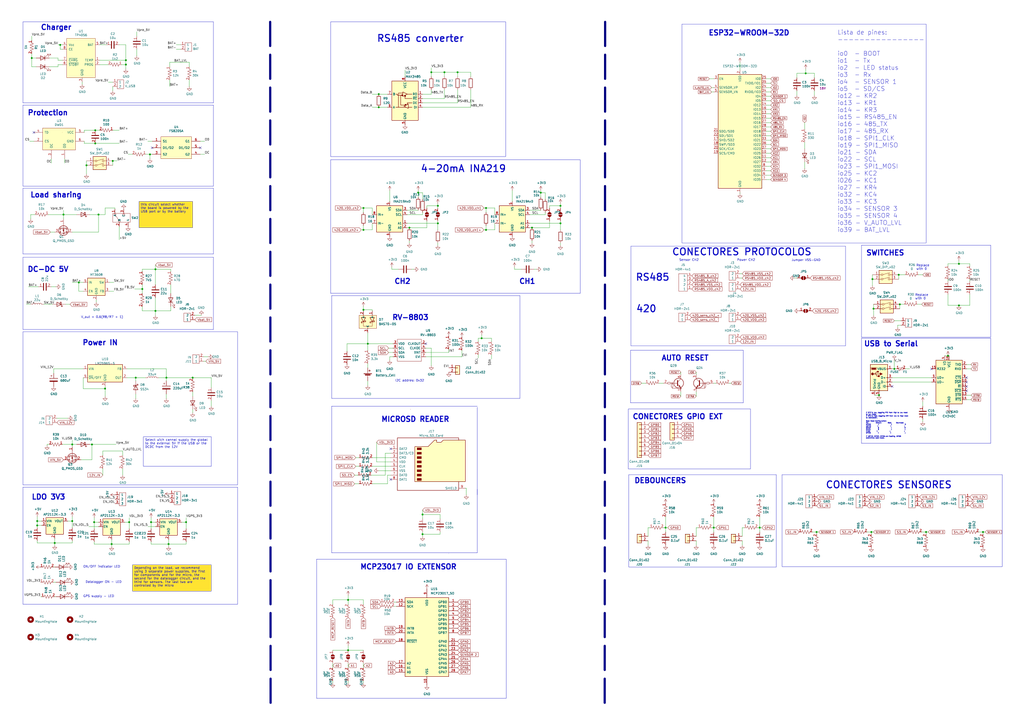
<source format=kicad_sch>
(kicad_sch (version 20231120) (generator "eeschema") (generator_version "8.0")
  (paper "A2")
  (junction (at 87.63 302.895))
  (junction (at 90.17 180.34))
  (junction (at 537.21 308.61))
  (junction (at 64.77 315.595))
  (junction (at 281.94 133.35))
  (junction (at 73.025 37.465))
  (junction (at 210.82 120.65))
  (junction (at 245.11 309.88))
  (junction (at 570.23 308.61))
  (junction (at 86.995 89.535))
  (junction (at 57.15 124.46))
  (junction (at 50.165 95.885))
  (junction (at 506.095 161.925))
  (junction (at 219.71 54.61))
  (junction (at 60.96 225.425))
  (junction (at 279.4 196.215))
  (junction (at 97.79 315.595))
  (junction (at 313.69 111.76))
  (junction (at 213.36 199.39))
  (junction (at 414.02 306.07))
  (junction (at 325.12 129.54))
  (junction (at 65.405 93.345))
  (junction (at 201.93 377.19))
  (junction (at 31.75 314.96))
  (junction (at 78.74 219.075))
  (junction (at 325.12 119.38))
  (junction (at 265.43 41.91))
  (junction (at 257.81 41.91))
  (junction (at 74.93 302.895))
  (junction (at 55.245 75.565))
  (junction (at 386.08 306.07))
  (junction (at 18.415 33.655))
  (junction (at 41.91 257.81))
  (junction (at 201.93 347.98))
  (junction (at 254 129.54))
  (junction (at 36.83 124.46))
  (junction (at 96.52 219.075))
  (junction (at 34.925 26.035))
  (junction (at 21.59 304.8))
  (junction (at 210.82 179.705))
  (junction (at 473.71 308.61))
  (junction (at 21.59 302.26))
  (junction (at 41.91 302.26))
  (junction (at 90.17 156.21))
  (junction (at 210.82 133.35))
  (junction (at 73.025 34.925))
  (junction (at 242.57 111.76))
  (junction (at 245.11 298.45))
  (junction (at 505.46 308.61))
  (junction (at 53.34 257.81))
  (junction (at 237.49 132.08))
  (junction (at 111.76 219.075))
  (junction (at 82.55 167.64))
  (junction (at 55.245 83.185))
  (junction (at 54.61 302.895))
  (junction (at 556.26 177.165))
  (junction (at 45.72 163.83))
  (junction (at 509.905 229.235))
  (junction (at 518.795 213.995))
  (junction (at 521.335 159.385))
  (junction (at 254 119.38))
  (junction (at 250.19 41.91))
  (junction (at 440.69 306.07))
  (junction (at 308.61 132.08))
  (junction (at 467.36 42.545))
  (junction (at 506.73 179.07))
  (junction (at 556.26 153.035))
  (junction (at 281.94 120.65))
  (junction (at 219.71 62.23))
  (junction (at 549.91 206.375))
  (junction (at 521.97 176.53))
  (junction (at 107.95 302.895))
  (no_connect (at 88.265 85.725))
  (no_connect (at 247.015 199.39))
  (no_connect (at 517.525 224.155))
  (no_connect (at 226.695 278.13))
  (no_connect (at 116.205 85.725))
  (no_connect (at 540.385 213.995))
  (no_connect (at 560.705 224.155))
  (no_connect (at 226.695 260.35))
  (no_connect (at 560.705 219.075))
  (no_connect (at 560.705 226.695))
  (no_connect (at 560.705 221.615))
  (no_connect (at 19.685 76.835))
  (wire (pts (xy 96.52 213.995) (xy 96.52 219.075)))
  (wire (pts (xy 506.73 176.53) (xy 506.73 179.07)))
  (wire (pts (xy 236.22 129.54) (xy 254 129.54)))
  (wire (pts (xy 562.61 153.035) (xy 556.26 153.035)))
  (wire (pts (xy 250.19 39.37) (xy 250.19 41.91)))
  (wire (pts (xy 41.91 257.81) (xy 41.91 255.27)))
  (wire (pts (xy 87.63 302.895) (xy 90.17 302.895)))
  (wire (pts (xy 206.375 270.51) (xy 208.28 270.51)))
  (wire (pts (xy 462.28 42.545) (xy 467.36 42.545)))
  (wire (pts (xy 414.02 306.07) (xy 414.02 308.61)))
  (wire (pts (xy 308.61 132.08) (xy 318.77 132.08)))
  (wire (pts (xy 267.97 207.01) (xy 267.97 203.2)))
  (wire (pts (xy 466.725 71.12) (xy 466.725 74.93)))
  (wire (pts (xy 31.75 328.93) (xy 31.115 328.93)))
  (wire (pts (xy 213.36 199.39) (xy 201.295 199.39)))
  (wire (pts (xy 226.06 110.49) (xy 226.06 116.84)))
  (polyline (pts (xy 351.028 12.7) (xy 350.774 408.178)) (stroke (width 1.27) (type dash) (color 0 0 125 1)))
  (polyline (pts (xy 123.825 149.225) (xy 123.825 191.135)))
  (wire (pts (xy 25.4 176.53) (xy 30.48 176.53)))
  (wire (pts (xy 79.375 28.575) (xy 79.375 32.385)))
  (wire (pts (xy 41.91 299.72) (xy 41.91 302.26)))
  (wire (pts (xy 280.67 120.65) (xy 281.94 120.65)))
  (wire (pts (xy 372.11 222.25) (xy 374.65 222.25)))
  (wire (pts (xy 537.21 308.61) (xy 538.48 308.61)))
  (wire (pts (xy 36.83 124.46) (xy 36.83 127)))
  (polyline (pts (xy 13.335 109.22) (xy 13.335 147.32)))
  (wire (pts (xy 116.205 81.915) (xy 118.745 81.915)))
  (wire (pts (xy 20.32 124.46) (xy 17.78 124.46)))
  (wire (pts (xy 277.495 196.215) (xy 279.4 196.215)))
  (polyline (pts (xy 13.335 12.7) (xy 123.825 12.7)))
  (wire (pts (xy 48.895 81.915) (xy 48.895 83.185)))
  (wire (pts (xy 28.575 257.81) (xy 27.305 257.81)))
  (wire (pts (xy 250.19 41.91) (xy 250.19 44.45)))
  (wire (pts (xy 444.5 76.2) (xy 447.04 76.2)))
  (wire (pts (xy 86.995 89.535) (xy 86.995 92.075)))
  (wire (pts (xy 227.33 156.21) (xy 231.14 156.21)))
  (polyline (pts (xy 431.165 203.2) (xy 431.165 233.68)))
  (polyline (pts (xy 431.165 233.68) (xy 365.76 233.68)))
  (wire (pts (xy 562.61 154.305) (xy 562.61 153.035)))
  (wire (pts (xy 201.93 374.65) (xy 201.93 377.19)))
  (wire (pts (xy 50.165 95.885) (xy 50.165 100.965)))
  (wire (pts (xy 48.895 76.835) (xy 48.895 75.565)))
  (wire (pts (xy 313.69 111.76) (xy 316.23 111.76)))
  (wire (pts (xy 74.93 300.355) (xy 74.93 302.895)))
  (wire (pts (xy 39.37 302.26) (xy 41.91 302.26)))
  (wire (pts (xy 245.11 309.88) (xy 255.27 309.88)))
  (wire (pts (xy 96.52 219.075) (xy 96.52 220.98)))
  (wire (pts (xy 250.19 201.93) (xy 250.19 212.09)))
  (wire (pts (xy 87.63 314.325) (xy 87.63 315.595)))
  (wire (pts (xy 210.82 179.705) (xy 215.9 179.705)))
  (polyline (pts (xy 574.675 142.24) (xy 574.675 195.58)))
  (wire (pts (xy 255.27 300.99) (xy 255.27 298.45)))
  (wire (pts (xy 33.02 242.57) (xy 39.37 242.57)))
  (wire (pts (xy 205.74 275.59) (xy 207.645 275.59)))
  (wire (pts (xy 245.11 298.45) (xy 255.27 298.45)))
  (wire (pts (xy 41.91 257.81) (xy 41.91 259.08)))
  (wire (pts (xy 45.72 168.91) (xy 48.26 168.91)))
  (wire (pts (xy 41.91 314.96) (xy 41.91 313.69)))
  (wire (pts (xy 444.5 101.6) (xy 447.04 101.6)))
  (wire (pts (xy 525.145 213.995) (xy 527.685 213.995)))
  (wire (pts (xy 73.66 219.075) (xy 78.74 219.075)))
  (wire (pts (xy 48.26 163.83) (xy 45.72 163.83)))
  (wire (pts (xy 403.86 217.17) (xy 403.86 215.9)))
  (wire (pts (xy 237.49 132.08) (xy 247.65 132.08)))
  (wire (pts (xy 518.795 186.055) (xy 522.605 186.055)))
  (wire (pts (xy 32.385 346.075) (xy 31.75 346.075)))
  (wire (pts (xy 118.11 207.01) (xy 120.65 207.01)))
  (wire (pts (xy 215.9 180.34) (xy 215.9 179.705)))
  (wire (pts (xy 534.67 308.61) (xy 537.21 308.61)))
  (wire (pts (xy 411.48 45.72) (xy 414.02 45.72)))
  (wire (pts (xy 316.23 111.76) (xy 316.23 115.57)))
  (wire (pts (xy 73.025 34.925) (xy 73.025 37.465)))
  (wire (pts (xy 33.655 38.735) (xy 33.655 37.465)))
  (wire (pts (xy 45.72 163.83) (xy 45.72 168.91)))
  (wire (pts (xy 57.15 134.62) (xy 57.15 124.46)))
  (wire (pts (xy 518.795 213.995) (xy 518.795 208.915)))
  (wire (pts (xy 88.265 81.915) (xy 85.725 81.915)))
  (wire (pts (xy 193.04 347.98) (xy 201.93 347.98)))
  (wire (pts (xy 193.04 347.98) (xy 193.04 350.52)))
  (wire (pts (xy 224.79 275.59) (xy 224.79 280.67)))
  (wire (pts (xy 213.36 193.04) (xy 213.36 199.39)))
  (wire (pts (xy 535.305 243.205) (xy 535.305 244.475)))
  (wire (pts (xy 556.26 153.035) (xy 549.91 153.035)))
  (wire (pts (xy 254 118.11) (xy 254 119.38)))
  (wire (pts (xy 21.59 306.07) (xy 21.59 304.8)))
  (polyline (pts (xy 191.77 92.71) (xy 191.77 170.18)))
  (wire (pts (xy 210.82 177.8) (xy 210.82 179.705)))
  (wire (pts (xy 444.5 81.28) (xy 447.04 81.28)))
  (wire (pts (xy 201.93 347.98) (xy 210.82 347.98)))
  (wire (pts (xy 505.46 308.61) (xy 505.46 309.88)))
  (wire (pts (xy 90.17 172.72) (xy 90.17 180.34)))
  (wire (pts (xy 17.78 176.53) (xy 15.24 176.53)))
  (wire (pts (xy 466.725 82.55) (xy 466.725 86.36)))
  (polyline (pts (xy 123.825 12.7) (xy 123.825 59.69)))
  (wire (pts (xy 205.74 280.67) (xy 208.28 280.67)))
  (wire (pts (xy 250.19 41.91) (xy 257.81 41.91)))
  (wire (pts (xy 506.095 161.925) (xy 506.095 165.735)))
  (wire (pts (xy 245.11 309.88) (xy 245.11 311.15)))
  (wire (pts (xy 109.855 38.735) (xy 109.855 36.195)))
  (wire (pts (xy 562.61 163.195) (xy 562.61 161.925)))
  (wire (pts (xy 567.69 308.61) (xy 570.23 308.61)))
  (polyline (pts (xy 336.55 170.18) (xy 191.77 170.18)))
  (wire (pts (xy 386.08 306.07) (xy 386.08 299.72)))
  (wire (pts (xy 298.45 156.21) (xy 302.26 156.21)))
  (wire (pts (xy 247.015 207.01) (xy 267.97 207.01)))
  (wire (pts (xy 525.145 159.385) (xy 521.335 159.385)))
  (wire (pts (xy 228.6 351.79) (xy 229.87 351.79)))
  (wire (pts (xy 245.11 57.15) (xy 257.81 57.15)))
  (polyline (pts (xy 499.745 195.58) (xy 499.745 142.24)))
  (wire (pts (xy 55.245 83.185) (xy 69.215 83.185)))
  (wire (pts (xy 213.36 223.52) (xy 213.36 220.98)))
  (wire (pts (xy 472.44 52.705) (xy 472.44 55.245)))
  (wire (pts (xy 210.82 120.65) (xy 215.9 120.65)))
  (wire (pts (xy 41.91 134.62) (xy 57.15 134.62)))
  (polyline (pts (xy 156.718 12.7) (xy 156.972 407.67)) (stroke (width 1.27) (type dash) (color 0 0 125 1)))
  (wire (pts (xy 201.93 387.35) (xy 201.93 384.81)))
  (wire (pts (xy 444.5 68.58) (xy 447.04 68.58)))
  (wire (pts (xy 281.94 133.35) (xy 281.94 130.81)))
  (wire (pts (xy 245.11 123.19) (xy 245.11 124.46)))
  (polyline (pts (xy 13.335 350.52) (xy 15.24 350.52)))
  (polyline (pts (xy 13.335 149.225) (xy 13.335 191.135)))
  (wire (pts (xy 109.855 36.195) (xy 98.425 36.195)))
  (wire (pts (xy 277.495 207.645) (xy 277.495 205.74)))
  (wire (pts (xy 254 128.27) (xy 254 129.54)))
  (wire (pts (xy 521.97 176.53) (xy 521.97 179.07)))
  (wire (pts (xy 60.96 124.46) (xy 57.15 124.46)))
  (wire (pts (xy 467.36 42.545) (xy 467.36 40.005)))
  (wire (pts (xy 21.59 302.26) (xy 21.59 299.72)))
  (wire (pts (xy 318.77 128.27) (xy 318.77 132.08)))
  (wire (pts (xy 325.12 142.24) (xy 325.12 140.97)))
  (wire (pts (xy 54.61 314.325) (xy 54.61 315.595)))
  (wire (pts (xy 210.82 120.65) (xy 210.82 123.19)))
  (wire (pts (xy 260.35 204.47) (xy 260.35 202.565)))
  (wire (pts (xy 444.5 78.74) (xy 447.04 78.74)))
  (polyline (pts (xy 123.825 60.96) (xy 123.825 107.95)))
  (wire (pts (xy 31.115 213.995) (xy 31.115 216.535)))
  (wire (pts (xy 430.53 311.15) (xy 430.53 306.07)))
  (wire (pts (xy 318.77 120.65) (xy 318.77 119.38)))
  (wire (pts (xy 31.75 314.96) (xy 41.91 314.96)))
  (wire (pts (xy 250.19 52.07) (xy 250.19 54.61)))
  (wire (pts (xy 122.555 224.79) (xy 122.555 219.075)))
  (wire (pts (xy 549.91 177.165) (xy 556.26 177.165)))
  (wire (pts (xy 51.435 305.435) (xy 57.15 305.435)))
  (wire (pts (xy 245.11 54.61) (xy 250.19 54.61)))
  (wire (pts (xy 219.71 62.23) (xy 224.79 62.23)))
  (wire (pts (xy 473.71 308.61) (xy 474.98 308.61)))
  (wire (pts (xy 71.12 275.59) (xy 71.12 271.78)))
  (wire (pts (xy 57.15 124.46) (xy 52.07 124.46)))
  (wire (pts (xy 97.79 313.055) (xy 97.79 315.595)))
  (wire (pts (xy 223.52 262.89) (xy 223.52 275.59)))
  (wire (pts (xy 60.96 120.65) (xy 66.675 120.65)))
  (wire (pts (xy 313.69 110.49) (xy 313.69 111.76)))
  (wire (pts (xy 59.69 261.62) (xy 59.69 264.16)))
  (polyline (pts (xy 137.795 350.52) (xy 137.795 282.575)))
  (wire (pts (xy 444.5 66.04) (xy 447.04 66.04)))
  (wire (pts (xy 255.27 308.61) (xy 255.27 309.88)))
  (wire (pts (xy 209.55 133.35) (xy 210.82 133.35)))
  (wire (pts (xy 226.06 207.01) (xy 227.965 207.01)))
  (wire (pts (xy 73.025 26.035) (xy 73.025 34.925)))
  (wire (pts (xy 225.425 201.93) (xy 227.965 201.93)))
  (wire (pts (xy 287.02 133.35) (xy 287.02 129.54)))
  (wire (pts (xy 325.12 129.54) (xy 325.12 133.35)))
  (wire (pts (xy 285.115 196.215) (xy 279.4 196.215)))
  (wire (pts (xy 193.04 396.24) (xy 193.04 394.97)))
  (wire (pts (xy 257.81 41.91) (xy 265.43 41.91)))
  (wire (pts (xy 46.99 266.7) (xy 53.34 266.7)))
  (wire (pts (xy 472.44 42.545) (xy 472.44 45.085)))
  (wire (pts (xy 99.06 156.21) (xy 99.06 157.48)))
  (wire (pts (xy 218.44 267.97) (xy 226.695 267.97)))
  (wire (pts (xy 245.11 62.23) (xy 273.05 62.23)))
  (wire (pts (xy 384.81 306.07) (xy 386.08 306.07)))
  (wire (pts (xy 414.02 50.8) (xy 412.75 50.8)))
  (wire (pts (xy 309.88 156.21) (xy 311.15 156.21)))
  (wire (pts (xy 461.01 161.29) (xy 462.28 161.29)))
  (wire (pts (xy 273.05 62.23) (xy 273.05 52.07)))
  (wire (pts (xy 36.83 124.46) (xy 36.83 121.92)))
  (wire (pts (xy 64.77 316.865) (xy 64.77 315.595)))
  (wire (pts (xy 444.5 83.82) (xy 447.04 83.82)))
  (wire (pts (xy 277.495 198.12) (xy 277.495 196.215)))
  (wire (pts (xy 430.53 306.07) (xy 431.8 306.07)))
  (wire (pts (xy 520.7 188.595) (xy 520.7 189.865)))
  (wire (pts (xy 225.425 204.47) (xy 227.965 204.47)))
  (wire (pts (xy 444.5 96.52) (xy 447.04 96.52)))
  (wire (pts (xy 63.5 168.91) (xy 66.04 168.91)))
  (polyline (pts (xy 13.335 59.69) (xy 13.335 12.7)))
  (wire (pts (xy 502.92 308.61) (xy 505.46 308.61)))
  (wire (pts (xy 403.86 311.15) (xy 403.86 306.07)))
  (wire (pts (xy 54.61 302.895) (xy 57.15 302.895)))
  (polyline (pts (xy 260.35 321.31) (xy 260.35 321.31)))
  (wire (pts (xy 21.59 302.26) (xy 24.13 302.26)))
  (wire (pts (xy 562.61 177.165) (xy 562.61 170.815)))
  (wire (pts (xy 36.195 26.035) (xy 34.925 26.035)))
  (wire (pts (xy 265.43 41.91) (xy 265.43 44.45)))
  (wire (pts (xy 414.02 53.34) (xy 412.75 53.34)))
  (wire (pts (xy 122.555 219.075) (xy 111.76 219.075)))
  (wire (pts (xy 228.6 349.25) (xy 229.87 349.25)))
  (wire (pts (xy 28.575 33.655) (xy 33.655 33.655)))
  (wire (pts (xy 193.04 377.19) (xy 201.93 377.19)))
  (wire (pts (xy 325.12 118.11) (xy 325.12 119.38)))
  (wire (pts (xy 462.28 45.085) (xy 462.28 42.545)))
  (wire (pts (xy 245.11 308.61) (xy 245.11 309.88)))
  (wire (pts (xy 65.405 75.565) (xy 69.215 75.565)))
  (wire (pts (xy 507.365 229.235) (xy 509.905 229.235)))
  (wire (pts (xy 104.775 26.035) (xy 102.235 26.035)))
  (wire (pts (xy 429.26 161.29) (xy 430.53 161.29)))
  (wire (pts (xy 213.36 199.39) (xy 213.36 203.2)))
  (wire (pts (xy 57.785 34.925) (xy 73.025 34.925)))
  (wire (pts (xy 467.36 42.545) (xy 472.44 42.545)))
  (wire (pts (xy 65.405 93.345) (xy 67.945 93.345)))
  (wire (pts (xy 33.655 37.465) (xy 36.195 37.465)))
  (wire (pts (xy 111.76 227.33) (xy 111.76 229.87)))
  (wire (pts (xy 429.26 158.75) (xy 430.53 158.75)))
  (wire (pts (xy 107.95 315.595) (xy 107.95 314.325)))
  (wire (pts (xy 247.015 204.47) (xy 260.35 204.47)))
  (wire (pts (xy 82.55 156.21) (xy 90.17 156.21)))
  (polyline (pts (xy 574.675 195.58) (xy 499.745 195.58)))
  (wire (pts (xy 247.65 119.38) (xy 254 119.38)))
  (polyline (pts (xy 13.335 147.32) (xy 123.825 147.32)))
  (polyline (pts (xy 499.745 196.215) (xy 574.675 196.215)))
  (wire (pts (xy 74.93 302.895) (xy 74.93 306.705)))
  (wire (pts (xy 444.5 71.12) (xy 447.04 71.12)))
  (polyline (pts (xy 276.86 320.675) (xy 276.86 283.845)))
  (wire (pts (xy 59.69 271.78) (xy 59.69 275.59)))
  (wire (pts (xy 55.88 173.99) (xy 55.88 175.26)))
  (wire (pts (xy 297.18 110.49) (xy 297.18 116.84)))
  (wire (pts (xy 215.9 62.23) (xy 219.71 62.23)))
  (wire (pts (xy 560.705 229.235) (xy 563.372 229.235)))
  (wire (pts (xy 107.95 302.895) (xy 107.95 306.705)))
  (wire (pts (xy 82.55 156.21) (xy 82.55 157.48)))
  (wire (pts (xy 517.525 221.615) (xy 540.385 221.615)))
  (wire (pts (xy 74.93 315.595) (xy 74.93 314.325)))
  (wire (pts (xy 285.115 205.74) (xy 285.115 208.28)))
  (wire (pts (xy 265.43 59.69) (xy 265.43 52.07)))
  (wire (pts (xy 254 119.38) (xy 254 120.65)))
  (wire (pts (xy 236.22 124.46) (xy 245.11 124.46)))
  (polyline (pts (xy 13.335 149.225) (xy 123.825 149.225)))
  (wire (pts (xy 556.26 151.13) (xy 556.26 153.035)))
  (wire (pts (xy 21.59 313.69) (xy 21.59 314.96)))
  (wire (pts (xy 270.51 283.21) (xy 270.51 287.02)))
  (polyline (pts (xy 499.745 142.24) (xy 574.675 142.24)))
  (wire (pts (xy 111.76 239.395) (xy 111.76 237.49)))
  (wire (pts (xy 444.5 53.34) (xy 447.04 53.34)))
  (wire (pts (xy 41.91 302.26) (xy 41.91 306.07)))
  (wire (pts (xy 18.415 33.655) (xy 20.955 33.655)))
  (polyline (pts (xy 13.335 109.22) (xy 123.825 109.22)))
  (polyline (pts (xy 15.24 350.52) (xy 137.795 350.52)))
  (wire (pts (xy 96.52 231.14) (xy 96.52 228.6)))
  (wire (pts (xy 254 129.54) (xy 254 133.35)))
  (wire (pts (xy 550.545 206.375) (xy 549.91 206.375)))
  (wire (pts (xy 82.55 180.34) (xy 90.17 180.34)))
  (polyline (pts (xy 260.35 320.675) (xy 276.86 320.675)))
  (wire (pts (xy 65.405 93.345) (xy 65.405 95.885)))
  (wire (pts (xy 382.27 222.25) (xy 384.81 222.25)))
  (wire (pts (xy 415.29 222.25) (xy 414.02 222.25)))
  (wire (pts (xy 16.51 166.37) (xy 22.225 166.37)))
  (wire (pts (xy 440.69 306.07) (xy 440.69 308.61)))
  (wire (pts (xy 210.82 133.35) (xy 210.82 130.81)))
  (wire (pts (xy 439.42 306.07) (xy 440.69 306.07)))
  (wire (pts (xy 375.92 313.69) (xy 375.92 316.23)))
  (polyline (pts (xy 336.55 92.71) (xy 336.55 170.18)))
  (wire (pts (xy 505.46 308.61) (xy 506.73 308.61)))
  (wire (pts (xy 45.72 163.83) (xy 41.91 163.83)))
  (wire (pts (xy 522.605 188.595) (xy 520.7 188.595)))
  (wire (pts (xy 375.92 306.07) (xy 377.19 306.07)))
  (wire (pts (xy 444.5 63.5) (xy 447.04 63.5)))
  (wire (pts (xy 245.11 295.91) (xy 245.11 298.45)))
  (wire (pts (xy 48.895 75.565) (xy 55.245 75.565)))
  (wire (pts (xy 386.08 306.07) (xy 386.08 308.61)))
  (wire (pts (xy 444.5 58.42) (xy 447.04 58.42)))
  (polyline (pts (xy 123.825 107.95) (xy 13.335 107.95)))
  (wire (pts (xy 226.06 208.915) (xy 226.06 207.01)))
  (wire (pts (xy 287.02 120.65) (xy 287.02 124.46)))
  (wire (pts (xy 90.17 156.21) (xy 99.06 156.21)))
  (wire (pts (xy 236.22 132.08) (xy 237.49 132.08)))
  (wire (pts (xy 247.015 201.93) (xy 250.19 201.93)))
  (wire (pts (xy 444.5 55.88) (xy 447.04 55.88)))
  (wire (pts (xy 48.26 225.425) (xy 60.96 225.425)))
  (wire (pts (xy 215.9 120.65) (xy 215.9 124.46)))
  (wire (pts (xy 21.59 314.96) (xy 31.75 314.96)))
  (wire (pts (xy 471.17 308.61) (xy 473.71 308.61)))
  (wire (pts (xy 245.11 59.69) (xy 265.43 59.69)))
  (wire (pts (xy 99.06 170.18) (xy 99.06 165.1)))
  (wire (pts (xy 242.57 110.49) (xy 242.57 111.76)))
  (wire (pts (xy 549.91 163.195) (xy 549.91 161.925)))
  (wire (pts (xy 285.115 196.215) (xy 285.115 198.12)))
  (wire (pts (xy 201.295 199.39) (xy 201.295 203.835)))
  (wire (pts (xy 462.28 52.705) (xy 462.28 55.245)))
  (wire (pts (xy 85.725 305.435) (xy 90.17 305.435)))
  (wire (pts (xy 65.405 50.165) (xy 65.405 52.705)))
  (wire (pts (xy 440.69 306.07) (xy 441.96 306.07)))
  (wire (pts (xy 403.86 227.33) (xy 403.86 229.87)))
  (wire (pts (xy 556.26 177.165) (xy 562.61 177.165)))
  (wire (pts (xy 215.9 270.51) (xy 226.695 270.51)))
  (wire (pts (xy 24.13 304.8) (xy 21.59 304.8)))
  (wire (pts (xy 307.34 124.46) (xy 316.23 124.46)))
  (wire (pts (xy 236.22 121.92) (xy 242.57 121.92)))
  (polyline (pts (xy 276.86 236.22) (xy 276.86 287.02)))
  (polyline (pts (xy 123.825 191.135) (xy 13.335 191.135)))
  (wire (pts (xy 116.84 182.88) (xy 113.03 182.88)))
  (wire (pts (xy 201.93 345.44) (xy 201.93 347.98)))
  (wire (pts (xy 210.82 179.705) (xy 210.82 180.34)))
  (wire (pts (xy 444.5 73.66) (xy 447.04 73.66)))
  (wire (pts (xy 466.725 93.98) (xy 466.725 97.79)))
  (wire (pts (xy 78.74 219.075) (xy 84.455 219.075)))
  (wire (pts (xy 55.245 75.565) (xy 57.785 75.565)))
  (wire (pts (xy 54.61 302.895) (xy 54.61 300.355)))
  (wire (pts (xy 82.55 177.8) (xy 82.55 180.34)))
  (wire (pts (xy 47.625 47.625) (xy 47.625 48.895)))
  (wire (pts (xy 219.71 273.05) (xy 226.695 273.05)))
  (wire (pts (xy 254 142.24) (xy 254 140.97)))
  (wire (pts (xy 28.575 38.735) (xy 33.655 38.735)))
  (wire (pts (xy 19.685 81.915) (xy 17.145 81.915)))
  (polyline (pts (xy 499.745 257.175) (xy 499.745 196.215)))
  (wire (pts (xy 215.9 54.61) (xy 219.71 54.61)))
  (polyline (pts (xy 13.335 282.575) (xy 13.335 350.52)))
  (wire (pts (xy 73.66 213.995) (xy 96.52 213.995)))
  (wire (pts (xy 98.425 36.195) (xy 98.425 38.735)))
  (polyline (pts (xy 191.77 92.71) (xy 336.55 92.71)))
  (wire (pts (xy 105.41 302.895) (xy 107.95 302.895)))
  (wire (pts (xy 38.1 176.53) (xy 40.64 176.53)))
  (wire (pts (xy 440.69 306.07) (xy 440.69 299.72)))
  (polyline (pts (xy 574.675 196.215) (xy 574.675 257.175)))
  (wire (pts (xy 549.91 170.815) (xy 549.91 177.165)))
  (wire (pts (xy 54.61 315.595) (xy 64.77 315.595)))
  (wire (pts (xy 87.63 302.895) (xy 87.63 306.705)))
  (wire (pts (xy 78.105 167.64) (xy 82.55 167.64)))
  (wire (pts (xy 227.33 154.94) (xy 227.33 156.21)))
  (wire (pts (xy 245.11 298.45) (xy 245.11 300.99)))
  (wire (pts (xy 72.39 302.895) (xy 74.93 302.895)))
  (wire (pts (xy 325.12 119.38) (xy 325.12 120.65)))
  (polyline (pts (xy 365.76 233.68) (xy 365.76 203.2)))
  (wire (pts (xy 209.55 120.65) (xy 210.82 120.65)))
  (wire (pts (xy 444.5 91.44) (xy 447.04 91.44)))
  (wire (pts (xy 414.02 306.07) (xy 414.02 299.72)))
  (wire (pts (xy 78.74 228.6) (xy 78.74 231.14)))
  (wire (pts (xy 122.555 232.41) (xy 122.555 235.585)))
  (wire (pts (xy 48.26 219.075) (xy 48.26 225.425)))
  (wire (pts (xy 444.5 93.98) (xy 447.04 93.98)))
  (wire (pts (xy 560.705 213.995) (xy 563.245 213.995)))
  (wire (pts (xy 386.08 306.07) (xy 387.35 306.07)))
  (wire (pts (xy 18.415 33.655) (xy 18.415 38.735)))
  (wire (pts (xy 325.12 128.27) (xy 325.12 129.54)))
  (wire (pts (xy 570.23 308.61) (xy 570.23 309.88)))
  (wire (pts (xy 53.34 257.81) (xy 52.07 257.81)))
  (wire (pts (xy 444.5 99.06) (xy 447.04 99.06)))
  (wire (pts (xy 48.26 213.995) (xy 31.115 213.995)))
  (wire (pts (xy 215.9 133.35) (xy 215.9 129.54)))
  (wire (pts (xy 33.655 34.925) (xy 36.195 34.925)))
  (wire (pts (xy 532.765 159.385) (xy 535.305 159.385)))
  (wire (pts (xy 247.65 120.65) (xy 247.65 119.38)))
  (wire (pts (xy 60.96 229.87) (xy 60.96 225.425)))
  (wire (pts (xy 429.26 40.64) (xy 429.26 36.195)))
  (wire (pts (xy 104.775 28.575) (xy 102.235 28.575)))
  (wire (pts (xy 444.5 60.96) (xy 447.04 60.96)))
  (wire (pts (xy 71.12 261.62) (xy 59.69 261.62)))
  (wire (pts (xy 238.76 156.21) (xy 240.03 156.21)))
  (wire (pts (xy 50.165 93.345) (xy 50.165 95.885)))
  (wire (pts (xy 210.82 133.35) (xy 215.9 133.35)))
  (wire (pts (xy 201.93 396.24) (xy 201.93 394.97)))
  (wire (pts (xy 444.5 48.26) (xy 447.04 48.26)))
  (wire (pts (xy 210.82 387.35) (xy 210.82 384.81)))
  (wire (pts (xy 82.55 165.1) (xy 82.55 167.64)))
  (wire (pts (xy 473.71 308.61) (xy 473.71 309.88)))
  (wire (pts (xy 90.17 156.21) (xy 90.17 165.1)))
  (wire (pts (xy 273.05 44.45) (xy 273.05 41.91)))
  (polyline (pts (xy 123.825 109.22) (xy 123.825 147.32)))
  (wire (pts (xy 518.795 213.995) (xy 520.065 213.995)))
  (polyline (pts (xy 192.405 320.675) (xy 192.405 235.585)))
  (wire (pts (xy 257.81 41.91) (xy 257.81 44.45)))
  (wire (pts (xy 109.855 50.165) (xy 109.855 46.355)))
  (wire (pts (xy 403.86 313.69) (xy 403.86 316.23)))
  (wire (pts (xy 444.5 104.14) (xy 447.04 104.14)))
  (polyline (pts (xy 13.335 107.95) (xy 13.335 60.96)))
  (wire (pts (xy 422.91 222.25) (xy 424.18 222.25)))
  (wire (pts (xy 444.5 45.72) (xy 447.04 45.72)))
  (wire (pts (xy 18.415 38.735) (xy 20.955 38.735)))
  (wire (pts (xy 87.63 315.595) (xy 97.79 315.595)))
  (wire (pts (xy 247.65 128.27) (xy 247.65 132.08)))
  (wire (pts (xy 97.79 315.595) (xy 107.95 315.595)))
  (wire (pts (xy 242.57 114.3) (xy 242.57 111.76)))
  (wire (pts (xy 532.13 176.53) (xy 534.67 176.53)))
  (polyline (pts (xy 192.405 320.675) (xy 260.35 320.675)))
  (wire (pts (xy 27.305 257.81) (xy 27.305 258.445)))
  (wire (pts (xy 215.9 280.67) (xy 224.79 280.67)))
  (wire (pts (xy 73.025 37.465) (xy 73.025 40.005)))
  (wire (pts (xy 37.465 92.075) (xy 37.465 94.615)))
  (wire (pts (xy 524.51 176.53) (xy 521.97 176.53)))
  (wire (pts (xy 34.925 26.035) (xy 33.655 26.035)))
  (wire (pts (xy 307.34 121.92) (xy 313.69 121.92)))
  (wire (pts (xy 308.61 140.97) (xy 308.61 139.7)))
  (wire (pts (xy 64.77 315.595) (xy 74.93 315.595)))
  (wire (pts (xy 31.75 312.42) (xy 31.75 314.96)))
  (wire (pts (xy 215.265 275.59) (xy 223.52 275.59)))
  (wire (pts (xy 560.705 231.775) (xy 563.245 231.775)))
  (wire (pts (xy 506.73 182.88) (xy 506.73 179.07)))
  (wire (pts (xy 414.02 306.07) (xy 415.29 306.07)))
  (wire (pts (xy 21.59 304.8) (xy 21.59 302.26)))
  (wire (pts (xy 18.415 23.495) (xy 18.415 20.955)))
  (wire (pts (xy 257.81 57.15) (xy 257.81 52.07)))
  (wire (pts (xy 53.34 257.81) (xy 67.31 257.81)))
  (wire (pts (xy 99.06 180.34) (xy 90.17 180.34)))
  (wire (pts (xy 430.53 313.69) (xy 430.53 316.23)))
  (wire (pts (xy 79.375 20.955) (xy 79.375 18.415)))
  (wire (pts (xy 223.52 262.89) (xy 226.695 262.89)))
  (wire (pts (xy 234.95 44.45) (xy 234.95 40.64)))
  (wire (pts (xy 107.95 300.355) (xy 107.95 302.895)))
  (wire (pts (xy 506.095 159.385) (xy 506.095 161.925)))
  (wire (pts (xy 242.57 111.76) (xy 245.11 111.76)))
  (wire (pts (xy 17.78 124.46) (xy 17.78 127)))
  (wire (pts (xy 570.23 308.61) (xy 571.5 308.61)))
  (wire (pts (xy 60.96 225.425) (xy 60.96 224.155)))
  (wire (pts (xy 215.9 265.43) (xy 226.695 265.43)))
  (wire (pts (xy 535.305 235.585) (xy 535.305 233.045)))
  (wire (pts (xy 245.11 111.76) (xy 245.11 115.57)))
  (wire (pts (xy 403.86 306.07) (xy 405.13 306.07)))
  (polyline (pts (xy 365.76 203.2) (xy 431.165 203.2)))
  (wire (pts (xy 281.94 120.65) (xy 287.02 120.65)))
  (wire (pts (xy 111.76 219.075) (xy 111.76 219.71)))
  (wire (pts (xy 78.74 219.075) (xy 78.74 220.98)))
  (wire (pts (xy 69.215 26.035) (xy 73.025 26.035)))
  (polyline (pts (xy 13.335 282.575) (xy 137.795 282.575)))
  (wire (pts (xy 90.17 153.67) (xy 90.17 156.21)))
  (wire (pts (xy 31.75 134.62) (xy 29.21 134.62)))
  (wire (pts (xy 210.82 396.24) (xy 210.82 394.97)))
  (wire (pts (xy 63.5 163.83) (xy 66.04 163.83)))
  (wire (pts (xy 201.93 377.19) (xy 210.82 377.19)))
  (polyline (pts (xy 123.825 59.69) (xy 13.335 59.69)))
  (wire (pts (xy 318.77 119.38) (xy 325.12 119.38)))
  (wire (pts (xy 429.26 111.76) (xy 429.26 112.395)))
  (wire (pts (xy 57.785 26.035) (xy 61.595 26.035)))
  (wire (pts (xy 237.49 140.97) (xy 237.49 139.7)))
  (polyline (pts (xy 192.405 235.585) (xy 276.86 235.585)))
  (wire (pts (xy 517.525 213.995) (xy 518.795 213.995)))
  (wire (pts (xy 53.34 266.7) (xy 53.34 257.81)))
  (polyline (pts (xy 13.335 60.96) (xy 123.825 60.96)))
  (wire (pts (xy 65.405 47.625) (xy 62.865 47.625)))
  (wire (pts (xy 36.83 124.46) (xy 27.94 124.46)))
  (wire (pts (xy 97.79 316.865) (xy 97.79 315.595)))
  (wire (pts (xy 64.77 313.055) (xy 64.77 315.595)))
  (wire (pts (xy 96.52 219.075) (xy 111.76 219.075)))
  (wire (pts (xy 193.04 387.35) (xy 193.04 384.81)))
  (wire (pts (xy 280.67 133.35) (xy 281.94 133.35)))
  (wire (pts (xy 36.195 28.575) (xy 34.925 28.575)))
  (wire (pts (xy 213.36 213.36) (xy 213.36 210.82)))
  (wire (pts (xy 48.895 83.185) (xy 55.245 83.185)))
  (wire (pts (xy 201.93 347.98) (xy 201.93 350.52)))
  (wire (pts (xy 66.675 120.65) (xy 66.675 121.285)))
  (wire (pts (xy 34.925 28.575) (xy 34.925 26.035)))
  (wire (pts (xy 444.5 86.36) (xy 447.04 86.36)))
  (wire (pts (xy 549.91 206.375) (xy 548.005 206.375)))
  (wire (pts (xy 394.97 217.17) (xy 394.97 215.9)))
  (wire (pts (xy 307.34 129.54) (xy 325.12 129.54)))
  (wire (pts (xy 444.5 88.9) (xy 447.04 88.9)))
  (wire (pts (xy 116.205 89.535) (xy 118.745 89.535)))
  (wire (pts (xy 18.415 31.115) (xy 18.415 33.655)))
  (wire (pts (xy 69.215 131.445) (xy 69.215 139.065)))
  (wire (pts (xy 281.94 133.35) (xy 287.02 133.35)))
  (wire (pts (xy 54.61 302.895) (xy 54.61 306.705)))
  (wire (pts (xy 269.875 283.21) (xy 270.51 283.21)))
  (wire (pts (xy 31.75 316.23) (xy 31.75 314.96)))
  (wire (pts (xy 86.995 89.535) (xy 88.265 89.535)))
  (wire (pts (xy 23.495 346.075) (xy 24.13 346.075)))
  (wire (pts (xy 90.17 180.34) (xy 90.17 182.88)))
  (wire (pts (xy 118.11 209.55) (xy 119.38 209.55)))
  (wire (pts (xy 394.97 227.33) (xy 394.97 229.87)))
  (wire (pts (xy 521.335 159.385) (xy 521.335 161.925)))
  (wire (pts (xy 41.91 257.81) (xy 36.195 257.81)))
  (wire (pts (xy 29.845 166.37) (xy 32.385 166.37)))
  (wire (pts (xy 32.385 337.82) (xy 31.115 337.82)))
  (wire (pts (xy 84.455 89.535) (xy 86.995 89.535)))
  (wire (pts (xy 71.12 264.16) (xy 71.12 261.62)))
  (wire (pts (xy 281.94 120.65) (xy 281.94 123.19)))
  (wire (pts (xy 375.92 311.15) (xy 375.92 306.07)))
  (wire (pts (xy 44.45 124.46) (xy 36.83 124.46)))
  (wire (pts (xy 316.23 123.19) (xy 316.23 124.46)))
  (wire (pts (xy 87.63 302.895) (xy 87.63 300.355)))
  (wire (pts (xy 33.655 33.655) (xy 33.655 34.925)))
  (wire (pts (xy 99.06 177.8) (xy 99.06 180.34)))
  (wire (pts (xy 44.45 257.81) (xy 41.91 257.81)))
  (wire (pts (xy 298.45 154.94) (xy 298.45 156.21)))
  (wire (pts (xy 560.705 211.455) (xy 563.245 211.455)))
  (wire (pts (xy 279.4 194.31) (xy 279.4 196.215)))
  (wire (pts (xy 537.21 308.61) (xy 537.21 309.88)))
  (wire (pts (xy 219.71 54.61) (xy 224.79 54.61)))
  (wire (pts (xy 517.525 219.075) (xy 540.385 219.075)))
  (wire (pts (xy 444.5 50.8) (xy 447.04 50.8)))
  (wire (pts (xy 218.44 256.54) (xy 218.44 267.97)))
  (wire (pts (xy 412.75 306.07) (xy 414.02 306.07)))
  (wire (pts (xy 549.91 154.305) (xy 549.91 153.035)))
  (wire (pts (xy 76.835 89.535) (xy 74.295 89.535)))
  (wire (pts (xy 60.96 120.65) (xy 60.96 124.46)))
  (wire (pts (xy 70.485 37.465) (xy 73.025 37.465)))
  (wire (pts (xy 206.375 265.43) (xy 208.28 265.43)))
  (wire (pts (xy 210.82 347.98) (xy 210.82 350.52)))
  (wire (pts (xy 57.785 37.465) (xy 62.865 37.465)))
  (wire (pts (xy 29.845 92.075) (xy 29.845 94.615)))
  (wire (pts (xy 273.05 41.91) (xy 265.43 41.91)))
  (wire (pts (xy 98.425 46.355) (xy 98.425 50.165)))
  (wire (pts (xy 82.55 167.64) (xy 82.55 170.18)))
  (wire (pts (xy 313.69 114.3) (xy 313.69 111.76)))
  (wire (pts (xy 213.36 199.39) (xy 227.965 199.39)))
  (wire (pts (xy 226.695 275.59) (xy 224.79 275.59)))
  (wire (pts (xy 92.075 219.075) (xy 96.52 219.075)))
  (polyline (pts (xy 574.675 257.175) (xy 499.745 257.175)))
  (wire (pts (xy 307.34 132.08) (xy 308.61 132.08)))
  (rectangle (start 183.642 324.358) (end 293.624 405.13))
  (rectangle (start 191.77 12.7) (end 293.37 90.805))
  (rectangle (start 366.014 142.748) (end 490.474 200.66))
  (rectangle (start 364.49 237.236) (end 435.356 272.034))
  (rectangle (start 364.744 275.336) (end 450.342 328.93))
  (rectangle (start 395.605 13.97) (end 537.21 140.97))
  (rectangle (start 13.335 192.405) (end 137.795 281.305))
  (rectangle (start 453.644 275.336) (end 581.406 328.676))
  (rectangle (start 192.405 171.45) (end 301.625 231.14))
  (text_box "Select wich cannal supply the global to the external 5V if the USB or the DCDC from the 12V\n" (at 83.185 253.365 0) (size 39.37 17.145) (effects (font (size 1.27 1.27)) (justify left top)))
  (text_box "Depending on the load, we recommend using 3 separate power supplies. the first for components and for the micro, the second for the datalogger circuit, and the third for sensors. The last two are controlled by the micro" (at 76.835 327.66 0) (size 45.72 15.24) (fill (type color) (color 255 227 49 1)) (effects (font (size 1.27 1.27)) (justify left top)))
  (text_box "this circuit select whether the board is powered by the USB port or by the battery" (at 80.645 116.84 0) (size 31.115 15.24) (fill (type color) (color 255 227 49 1)) (effects (font (size 1.27 1.27)) (justify left top)))
  (text "420" (at 368.808 181.61 0) (effects (font (size 4 4) (thickness 0.5994) (bold yes)) (justify left bottom)))
  (text "Replace \nwith 0" (at 530.86 173.99 0) (effects (font (size 1.27 1.27)) (justify left bottom)))
  (text "CONECTORES SENSORES\n" (at 478.79 283.718 0) (effects (font (size 4 4) (thickness 0.5994) (bold yes)) (justify left bottom)))
  (text "Lista de pines:\n----------------\n\nio0  - BOOT\nio1  - Tx\nio2  - LED status\nio3  - Rx\nio4  - SENSOR 1\nio5  - SD/CS\nio12 - KR2\nio13 - KR1\nio14 - KR3 \nio15 - RS485_EN\nio16 - 485_TX\nio17 - 485_RX\nio18 - SPI1_CLK\nio19 - SPI1_MISO\nio21 - SDA\nio22 - SCL\nio23 - SPI1_MOSI\nio25 - KC2\ni026 - KC1\nio27 - KR4\nio32 - KC4\nio33 - KC3\nio34 - SENSOR 3\nio35 - SENSOR 4\nio36 - V_AUTO_LVL\nio39 - BAT_LVL\n\n" (at 485.775 139.065 0) (effects (font (size 2.54 2.54)) (justify left bottom)))
  (text "Power CH2" (at 427.482 151.638 0) (effects (font (size 1.27 1.27)) (justify left bottom)))
  (text "RS485 converter" (at 218.44 24.765 0) (effects (font (size 4 4) (thickness 0.5994) (bold yes)) (justify left bottom)))
  (text "MCP23017 IO EXTENSOR" (at 208.788 330.708 0) (effects (font (size 2.9972 2.9972) (thickness 0.5994) (bold yes)) (justify left bottom)))
  (text "4-20mA INA219" (at 243.84 100.33 0) (effects (font (size 4 4) (thickness 0.5994) (bold yes)) (justify left bottom)))
  (text "Charger" (at 23.495 17.78 0) (effects (font (size 2.9972 2.9972) (thickness 0.5994) (bold yes)) (justify left bottom)))
  (text "USB to Serial" (at 501.015 201.295 0) (effects (font (size 2.9972 2.9972) (thickness 0.5994) (bold yes)) (justify left bottom)))
  (text "Datalogger ON - LED" (at 49.53 338.455 0) (effects (font (size 1.27 1.27)) (justify left bottom)))
  (text "ESP32-WROOM-32D" (at 410.845 20.955 0) (effects (font (size 2.9972 2.9972) (thickness 0.5994) (bold yes)) (justify left bottom)))
  (text "Replace \nwith 0" (at 531.495 156.845 0) (effects (font (size 1.27 1.27)) (justify left bottom)))
  (text "DC-DC 5V" (at 40.005 158.115 0) (effects (font (size 2.9972 2.9972) (thickness 0.5994) (bold yes)) (justify right bottom)))
  (text "DEBOUNCERS" (at 367.792 280.67 0) (effects (font (size 2.9972 2.9972) (thickness 0.5994) (bold yes)) (justify left bottom)))
  (text "SWITCHES" (at 502.285 148.59 0) (effects (font (size 2.9972 2.9972) (thickness 0.5994) (bold yes)) (justify left bottom)))
  (text "CH1" (at 300.99 165.1 0) (effects (font (size 2.9972 2.9972) (thickness 0.5994) (bold yes)) (justify left bottom)))
  (text "MICROSD READER" (at 220.98 245.11 0) (effects (font (size 2.9972 2.9972) (thickness 0.5994) (bold yes)) (justify left bottom)))
  (text "Power IN" (at 68.58 200.66 0) (effects (font (size 2.9972 2.9972) (thickness 0.5994) (bold yes)) (justify right bottom)))
  (text "AUTO RESET" (at 383.54 209.55 0) (effects (font (size 2.9972 2.9972) (thickness 0.5994) (bold yes)) (justify left bottom)))
  (text "If DTR is Low, toggling RTS from High to Low reset\nto run mode.\nIf RTS is High, toggling DTR from Low to High reset\nto bootloader.\n\nBoot Mode Configuration:\nPin         Default        Boot      Download\nGPIO0         1               1                0\nU0TXD        1               1                x\nGPIO2         0               x                0\nGPIO4         0               x                x\nMTDO        1               x                 x\nGPIO5         1              1                 x\n\nIf U0TXD, GPIO2, GPIO5 are floating, GPIO0\ndetermines boot mode." (at 502.285 254.635 0) (effects (font (size 0.6096 0.6096)) (justify left bottom)))
  (text "Protection" (at 15.875 67.31 0) (effects (font (size 2.9972 2.9972) (thickness 0.5994) (bold yes)) (justify left bottom)))
  (text "Jumper VSS-GND" (at 459.105 151.765 0) (effects (font (size 1.27 1.27)) (justify left bottom)))
  (text "GPS supply - LED\n" (at 48.26 346.71 0) (effects (font (size 1.27 1.27)) (justify left bottom)))
  (text "Sensor CH2\n" (at 393.954 151.638 0) (effects (font (size 1.27 1.27)) (justify left bottom)))
  (text "LDO 3V3" (at 38.1 290.195 0) (effects (font (size 2.9972 2.9972) (thickness 0.5994) (bold yes)) (justify right bottom)))
  (text "RS485" (at 368.554 163.322 0) (effects (font (size 4 4) (thickness 0.5994) (bold yes)) (justify left bottom)))
  (text "ON/OFF indicator LED" (at 48.26 329.565 0) (effects (font (size 1.27 1.27)) (justify left bottom)))
  (text "CH2" (at 228.6 165.1 0) (effects (font (size 2.9972 2.9972) (thickness 0.5994) (bold yes)) (justify left bottom)))
  (text "I2C addres: 0x32" (at 229.235 221.615 0) (effects (font (size 1.27 1.27)) (justify left bottom)))
  (text "CONECTORES PROTOCOLOS\n" (at 389.636 148.59 0) (effects (font (size 4 4) (thickness 0.5994) (bold yes)) (justify left bottom)))
  (text "V_out = 0.6(R8/R7 + 1)" (at 46.99 184.785 0) (effects (font (size 1.27 1.27)) (justify left bottom)))
  (text "CONECTORES GPIO EXT\n" (at 366.776 243.586 0) (effects (font (size 2.9972 2.9972) (thickness 0.5994) (bold yes)) (justify left bottom)))
  (text "RV-8803" (at 227.33 186.055 0) (effects (font (size 3 3) (thickness 0.6) (bold yes)) (justify left bottom)))
  (text "Load sharing" (at 47.625 114.935 0) (effects (font (size 2.9972 2.9972) (thickness 0.5994) (bold yes)) (justify right bottom)))
  (label "OC" (at 118.745 89.535 0))
  (label "Vpre_5V" (at 79.375 18.415 0))
  (label "RS485_EN" (at 257.81 57.15 0))
  (label "FB_5V" (at 78.105 167.64 180))
  (label "CS" (at 17.145 81.915 180))
  (label "Vpre_5V" (at 67.31 257.81 0))
  (label "BAT-" (at 102.235 28.575 180))
  (label "SDA" (at 237.49 121.92 0))
  (label "VDL_3V3" (at 74.93 300.355 0))
  (label "Vpre_5V" (at 33.655 26.035 180))
  (label "+5V" (at 69.215 139.065 0))
  (label "BAT+" (at 41.91 163.83 0))
  (label "BAT+" (at 98.425 50.165 0))
  (label "V_AUTO_LVL" (at 71.12 261.62 0))
  (label "V_USB" (at 527.685 213.995 0))
  (label "VS_3V3" (at 234.95 40.64 0))
  (label "BAT+" (at 69.215 75.565 0))
  (label "RS485_EN" (at 265.43 59.69 0))
  (label "EN_VS_S" (at 85.725 305.435 180))
  (label "Data_B" (at 215.9 54.61 180))
  (label "EN_VDL" (at 66.675 292.1 180))
  (label "OD" (at 37.465 94.615 0))
  (label "OD" (at 118.745 81.915 0))
  (label "EN_VDL_S" (at 51.435 305.435 180))
  (label "EN_VS_S" (at 98.425 288.925 180))
  (label "Vpre_5V" (at 62.865 47.625 180))
  (label "BAT-" (at 69.215 83.185 0))
  (label "BAT+" (at 15.24 176.53 0))
  (label "CS" (at 74.295 89.535 180))
  (label "SW_5V" (at 25.4 176.53 0))
  (label "IO0" (at 549.91 163.195 0))
  (label "V_USB" (at 41.91 255.27 180))
  (label "SCL" (at 277.495 207.645 270))
  (label "EVI" (at 267.97 207.01 0))
  (label "SW_5V" (at 66.04 163.83 0))
  (label "VIN_5V" (at 122.555 219.075 0))
  (label "BAT-" (at 67.945 93.345 0))
  (label "BAT+" (at 102.235 26.035 180))
  (label "485_TX" (at 250.19 54.61 0))
  (label "VIN_12V" (at 31.115 213.995 180))
  (label "SCL" (at 237.49 124.46 0))
  (label "EN_VS" (at 98.425 291.465 180))
  (label "V_in" (at 518.795 210.185 0))
  (label "EN_VDL_S" (at 66.675 289.56 180))
  (label "EVI" (at 260.35 213.36 180))
  (label "INT" (at 260.35 204.47 0))
  (label "BAT+" (at 57.785 26.035 0))
  (label "SDA" (at 308.61 121.92 0))
  (label "BAT_LVL" (at 100.965 36.195 0))
  (label "BAT-" (at 85.725 81.915 180))
  (label "VDL_3V3" (at 23.495 337.82 180))
  (label "RESET" (at 562.61 163.195 0))
  (label "FB_5V" (at 66.04 168.91 0))
  (label "SDA" (at 285.115 208.28 270))
  (label "Vpre_5V" (at 18.415 20.955 0))
  (label "VGPS_3V3" (at 23.495 346.075 180))
  (label "Data_A" (at 215.9 62.23 180))
  (label "SCL" (at 308.61 124.46 0))
  (label "BAT+" (at 16.51 166.37 0))
  (label "485_RX" (at 273.05 62.23 0))
  (label "VGPS_3V3" (at 107.95 300.355 0))
  (label "VS_3V3" (at 250.19 39.37 0))
  (label "OC" (at 29.845 94.615 180))
  (label "Vpre_5V" (at 36.83 121.92 180))
  (global_label "GPA0" (shape input) (at 387.35 306.07 0) (property "Intersheetrefs" "${INTERSHEET_REFS}" (effects (hide yes))))
  (global_label "485_TX" (shape input) (at 447.04 71.12 0) (effects (font (size 1 1))) (property "Intersheetrefs" "${INTERSHEET_REFS}" (effects (hide yes))))
  (global_label "Vbat_5V" (shape input) (at 40.64 176.53 0) (property "Intersheetrefs" "${INTERSHEET_REFS}" (effects (hide yes))))
  (global_label "IO0" (shape input) (at 447.04 45.72 0) (effects (font (size 1 1))) (property "Intersheetrefs" "${INTERSHEET_REFS}" (effects (hide yes))))
  (global_label "A0" (shape input) (at 193.04 386.08 0) (property "Intersheetrefs" "${INTERSHEET_REFS}" (effects (hide yes))))
  (global_label "RS485_B_ch2" (shape input) (at 401.32 160.02 0) (property "Intersheetrefs" "${INTERSHEET_REFS}" (effects (hide yes))))
  (global_label "RS485_VSS_ch2" (shape input) (at 430.53 158.75 0) (property "Intersheetrefs" "${INTERSHEET_REFS}" (effects (hide yes))))
  (global_label "VIN_5V" (shape input) (at 119.38 209.55 0) (property "Intersheetrefs" "${INTERSHEET_REFS}" (effects (hide yes))))
  (global_label "DTR#" (shape input) (at 372.11 222.25 180) (effects (font (size 1 1))) (property "Intersheetrefs" "${INTERSHEET_REFS}" (effects (hide yes))))
  (global_label "MCP_RESET" (shape input) (at 193.04 358.14 270) (property "Intersheetrefs" "${INTERSHEET_REFS}" (effects (hide yes))))
  (global_label "RST#" (shape input) (at 424.18 222.25 0) (effects (font (size 1 1))) (property "Intersheetrefs" "${INTERSHEET_REFS}" (effects (hide yes))))
  (global_label "Vbat_5V" (shape input) (at 29.21 134.62 180) (property "Intersheetrefs" "${INTERSHEET_REFS}" (effects (hide yes))))
  (global_label "KR3" (shape input) (at 447.04 66.04 0) (effects (font (size 1 1))) (property "Intersheetrefs" "${INTERSHEET_REFS}" (effects (hide yes))))
  (global_label "GPA6" (shape input) (at 394.97 251.46 0) (property "Intersheetrefs" "${INTERSHEET_REFS}" (effects (hide yes))))
  (global_label "420_VDD_ch2" (shape input) (at 429.26 185.42 0) (property "Intersheetrefs" "${INTERSHEET_REFS}" (effects (hide yes))))
  (global_label "SENSOR 1" (shape input) (at 447.04 55.88 0) (effects (font (size 1 1))) (property "Intersheetrefs" "${INTERSHEET_REFS}" (effects (hide yes))))
  (global_label "S2_IN" (shape input) (at 502.92 293.37 0) (property "Intersheetrefs" "${INTERSHEET_REFS}" (effects (hide yes))))
  (global_label "VIN_5V" (shape input) (at 36.83 266.7 180) (property "Intersheetrefs" "${INTERSHEET_REFS}" (effects (hide yes))))
  (global_label "12V_IN" (shape input) (at 59.69 275.59 180) (property "Intersheetrefs" "${INTERSHEET_REFS}" (effects (hide yes))))
  (global_label "KC2" (shape input) (at 447.04 88.9 0) (effects (font (size 1 1))) (property "Intersheetrefs" "${INTERSHEET_REFS}" (effects (hide yes))))
  (global_label "GPA2" (shape input) (at 265.43 377.19 0) (property "Intersheetrefs" "${INTERSHEET_REFS}" (effects (hide yes))))
  (global_label "GPA6" (shape input) (at 265.43 387.35 0) (property "Intersheetrefs" "${INTERSHEET_REFS}" (effects (hide yes))))
  (global_label "INTB" (shape input) (at 229.87 364.49 180) (property "Intersheetrefs" "${INTERSHEET_REFS}" (effects (hide yes))))
  (global_label "GPA7" (shape input) (at 394.97 254 0) (property "Intersheetrefs" "${INTERSHEET_REFS}" (effects (hide yes))))
  (global_label "SCL" (shape input) (at 447.04 83.82 0) (effects (font (size 1 1))) (property "Intersheetrefs" "${INTERSHEET_REFS}" (effects (hide yes))))
  (global_label "485_RX" (shape input) (at 447.04 73.66 0) (effects (font (size 1 1))) (property "Intersheetrefs" "${INTERSHEET_REFS}" (effects (hide yes))))
  (global_label "SENSOR 2" (shape input) (at 506.73 308.61 0) (effects (font (size 1 1))) (property "Intersheetrefs" "${INTERSHEET_REFS}" (effects (hide yes))))
  (global_label "RST#" (shape input) (at 394.97 229.87 180) (effects (font (size 1 1))) (property "Intersheetrefs" "${INTERSHEET_REFS}" (effects (hide yes))))
  (global_label "12V_IN" (shape input) (at 429.26 167.64 0) (property "Intersheetrefs" "${INTERSHEET_REFS}" (effects (hide yes))))
  (global_label "RS485_VDD_ch2" (shape input) (at 429.26 165.1 0) (property "Intersheetrefs" "${INTERSHEET_REFS}" (effects (hide yes))))
  (global_label "VIN_12V" (shape input) (at 533.4 288.29 0) (property "Intersheetrefs" "${INTERSHEET_REFS}" (effects (hide yes))))
  (global_label "GPB2" (shape input) (at 375.92 251.46 0) (property "Intersheetrefs" "${INTERSHEET_REFS}" (effects (hide yes))))
  (global_label "SENSOR 3" (shape input) (at 447.04 101.6 0) (effects (font (size 1 1))) (property "Intersheetrefs" "${INTERSHEET_REFS}" (effects (hide yes))))
  (global_label "SPI1_MOSI" (shape input) (at 206.375 265.43 180) (property "Intersheetrefs" "${INTERSHEET_REFS}" (effects (hide yes))))
  (global_label "BAT_LVL" (shape input) (at 412.75 53.34 180) (effects (font (size 1 1))) (property "Intersheetrefs" "${INTERSHEET_REFS}" (effects (hide yes))))
  (global_label "SDA" (shape input) (at 447.04 81.28 0) (effects (font (size 1 1))) (property "Intersheetrefs" "${INTERSHEET_REFS}" (effects (hide yes))))
  (global_label "S2_IN" (shape input) (at 495.3 308.61 180) (property "Intersheetrefs" "${INTERSHEET_REFS}" (effects (hide yes))))
  (global_label "S4_IN" (shape input) (at 560.07 308.61 180) (property "Intersheetrefs" "${INTERSHEET_REFS}" (effects (hide yes))))
  (global_label "420_VSS_ch2" (shape input) (at 471.17 180.34 0) (property "Intersheetrefs" "${INTERSHEET_REFS}" (effects (hide yes))))
  (global_label "RX" (shape input) (at 563.245 211.455 0) (effects (font (size 1 1))) (property "Intersheetrefs" "${INTERSHEET_REFS}" (effects (hide yes))))
  (global_label "MCP_RESET" (shape input) (at 229.87 372.11 180) (property "Intersheetrefs" "${INTERSHEET_REFS}" (effects (hide yes))))
  (global_label "420_VDD_ch1+" (shape input) (at 280.67 133.35 180) (property "Intersheetrefs" "${INTERSHEET_REFS}" (effects (hide yes))))
  (global_label "IO0" (shape input) (at 535.305 159.385 0) (effects (font (size 1 1))) (property "Intersheetrefs" "${INTERSHEET_REFS}" (effects (hide yes))))
  (global_label "GPB4" (shape input) (at 375.92 256.54 0) (property "Intersheetrefs" "${INTERSHEET_REFS}" (effects (hide yes))))
  (global_label "GPA4" (shape input) (at 265.43 382.27 0) (property "Intersheetrefs" "${INTERSHEET_REFS}" (effects (hide yes))))
  (global_label "GPA0" (shape input) (at 265.43 372.11 0) (property "Intersheetrefs" "${INTERSHEET_REFS}" (effects (hide yes))))
  (global_label "DTR#" (shape input) (at 563.372 229.235 0) (effects (font (size 1 1))) (property "Intersheetrefs" "${INTERSHEET_REFS}" (effects (hide yes))))
  (global_label "S3_IN" (shape input) (at 533.4 293.37 0) (property "Intersheetrefs" "${INTERSHEET_REFS}" (effects (hide yes))))
  (global_label "SCL" (shape input) (at 225.425 201.93 180) (property "Intersheetrefs" "${INTERSHEET_REFS}" (effects (hide yes))))
  (global_label "KC1" (shape input) (at 447.04 91.44 0) (effects (font (size 1 1))) (property "Intersheetrefs" "${INTERSHEET_REFS}" (effects (hide yes))))
  (global_label "GPA7" (shape input) (at 265.43 389.89 0) (property "Intersheetrefs" "${INTERSHEET_REFS}" (effects (hide yes))))
  (global_label "RS485_EN" (shape input) (at 447.04 68.58 0) (effects (font (size 1 1))) (property "Intersheetrefs" "${INTERSHEET_REFS}" (effects (hide yes))))
  (global_label "S1_IN" (shape input) (at 473.71 293.37 0) (property "Intersheetrefs" "${INTERSHEET_REFS}" (effects (hide yes))))
  (global_label "GPA1" (shape input) (at 265.43 374.65 0) (property "Intersheetrefs" "${INTERSHEET_REFS}" (effects (hide yes))))
  (global_label "Vbat_5V" (shape input) (at 113.03 185.42 0) (property "Intersheetrefs" "${INTERSHEET_REFS}" (effects (hide yes))))
  (global_label "A2" (shape input) (at 229.87 384.81 180) (property "Intersheetrefs" "${INTERSHEET_REFS}" (effects (hide yes))))
  (global_label "VDL_3V3" (shape input) (at 245.11 295.91 0) (property "Intersheetrefs" "${INTERSHEET_REFS}" (effects (hide yes))))
  (global_label "GPB5" (shape input) (at 265.43 361.95 0) (property "Intersheetrefs" "${INTERSHEET_REFS}" (effects (hide yes))))
  (global_label "A1" (shape input) (at 201.93 386.08 0) (property "Intersheetrefs" "${INTERSHEET_REFS}" (effects (hide yes))))
  (global_label "GPB0" (shape input) (at 375.92 246.38 0) (property "Intersheetrefs" "${INTERSHEET_REFS}" (effects (hide yes))))
  (global_label "GPA5" (shape input) (at 265.43 384.81 0) (property "Intersheetrefs" "${INTERSHEET_REFS}" (effects (hide yes))))
  (global_label "RS485_VDD_ch2" (shape input) (at 401.32 167.64 0) (property "Intersheetrefs" "${INTERSHEET_REFS}" (effects (hide yes))))
  (global_label "KC3" (shape input) (at 447.04 99.06 0) (effects (font (size 1 1))) (property "Intersheetrefs" "${INTERSHEET_REFS}" (effects (hide yes))))
  (global_label "GPA4" (shape input) (at 394.97 246.38 0) (property "Intersheetrefs" "${INTERSHEET_REFS}" (effects (hide yes))))
  (global_label "Vbat_5V" (shape input) (at 90.17 153.67 0) (property "Intersheetrefs" "${INTERSHEET_REFS}" (effects (hide yes))))
  (global_label "RST#" (shape input) (at 563.245 231.775 0) (effects (font (size 1 1))) (property "Intersheetrefs" "${INTERSHEET_REFS}" (effects (hide yes))))
  (global_label "S3_IN" (shape input) (at 527.05 308.61 180) (property "Intersheetrefs" "${INTERSHEET_REFS}" (effects (hide yes))))
  (global_label "420_VSS_ch2" (shape input) (at 429.26 182.88 0) (property "Intersheetrefs" "${INTERSHEET_REFS}" (effects (hide yes))))
  (global_label "GPB4" (shape input) (at 265.43 359.41 0) (property "Intersheetrefs" "${INTERSHEET_REFS}" (effects (hide yes))))
  (global_label "GPB6" (shape input) (at 375.92 261.62 0) (property "Intersheetrefs" "${INTERSHEET_REFS}" (effects (hide yes))))
  (global_label "GPA2" (shape input) (at 441.96 306.07 0) (property "Intersheetrefs" "${INTERSHEET_REFS}" (effects (hide yes))))
  (global_label "IO2" (shape input) (at 447.04 50.8 0) (effects (font (size 1 1))) (property "Intersheetrefs" "${INTERSHEET_REFS}" (effects (hide yes))))
  (global_label "420_VDD_ch2" (shape input) (at 429.26 195.58 0) (property "Intersheetrefs" "${INTERSHEET_REFS}" (effects (hide yes))))
  (global_label "KC4" (shape input) (at 447.04 96.52 0) (effects (font (size 1 1))) (property "Intersheetrefs" "${INTERSHEET_REFS}" (effects (hide yes))))
  (global_label "12V_IN" (shape input) (at 429.26 198.12 0) (property "Intersheetrefs" "${INTERSHEET_REFS}" (effects (hide yes))))
  (global_label "SENSOR 2" (shape input) (at 265.43 379.73 0) (property "Intersheetrefs" "${INTERSHEET_REFS}" (effects (hide yes))))
  (global_label "INTA" (shape input) (at 229.87 367.03 180) (property "Intersheetrefs" "${INTERSHEET_REFS}" (effects (hide yes))))
  (global_label "VIN_12V" (shape input) (at 502.92 288.29 0) (property "Intersheetrefs" "${INTERSHEET_REFS}" (effects (hide yes))))
  (global_label "RS485_VSS_ch2" (shape input) (at 469.9 161.29 0) (property "Intersheetrefs" "${INTERSHEET_REFS}" (effects (hide yes))))
  (global_label "VDL_3V3" (shape input) (at 218.44 256.54 0) (property "Intersheetrefs" "${INTERSHEET_REFS}" (effects (hide yes))))
  (global_label "S4_IN" (shape input) (at 562.61 293.37 0) (property "Intersheetrefs" "${INTERSHEET_REFS}" (effects (hide yes))))
  (global_label "SENSOR 4" (shape input) (at 447.04 104.14 0) (effects (font (size 1 1))) (property "Intersheetrefs" "${INTERSHEET_REFS}" (effects (hide yes))))
  (global_label "GPB5" (shape input) (at 375.92 259.08 0) (property "Intersheetrefs" "${INTERSHEET_REFS}" (effects (hide yes))))
  (global_label "SDA" (shape input) (at 220.98 349.25 180) (property "Intersheetrefs" "${INTERSHEET_REFS}" (effects (hide yes))))
  (global_label "RESET" (shape input) (at 534.67 176.53 0) (effects (font (size 1 1))) (property "Intersheetrefs" "${INTERSHEET_REFS}" (effects (hide yes))))
  (global_label "SPI1_CLK" (shape input) (at 447.04 76.2 0) (effects (font (size 1 1))) (property "Intersheetrefs" "${INTERSHEET_REFS}" (effects (hide yes))))
  (global_label "A1" (shape input) (at 229.87 387.35 180) (property "Intersheetrefs" "${INTERSHEET_REFS}" (effects (hide yes))))
  (global_label "GPB3" (shape input) (at 375.92 254 0) (property "Intersheetrefs" "${INTERSHEET_REFS}" (effects (hide yes))))
  (global_label "KR2" (shape input) (at 447.04 60.96 0) (effects (font (size 1 1))) (property "Intersheetrefs" "${INTERSHEET_REFS}" (effects (hide yes))))
  (global_label "420_sens_ch2_+" (shape input) (at 400.05 182.88 0) (property "Intersheetrefs" "${INTERSHEET_REFS}" (effects (hide yes))))
  (global_label "SCL" (shape input) (at 220.98 351.79 180) (property "Intersheetrefs" "${INTERSHEET_REFS}" (effects (hide yes))))
  (global_label "GPB0" (shape input) (at 265.43 349.25 0) (property "Intersheetrefs" "${INTERSHEET_REFS}" (effects (hide yes))))
  (global_label "INTA" (shape input) (at 201.93 358.14 270) (property "Intersheetrefs" "${INTERSHEET_REFS}" (effects (hide yes))))
  (global_label "SENSOR 1" (shape input) (at 474.98 308.61 0) (effects (font (size 1 1))) (property "Intersheetrefs" "${INTERSHEET_REFS}" (effects (hide yes))))
  (global_label "DTR#" (shape input) (at 403.86 229.87 180) (effects (font (size 1 1))) (property "Intersheetrefs" "${INTERSHEET_REFS}" (effects (hide yes))))
  (global_label "TX" (shape input) (at 563.245 213.995 0) (effects (font (size 1 1))) (property "Intersheetrefs" "${INTERSHEET_REFS}" (effects (hide yes))))
  (global_label "VIN_12V" (shape input) (at 473.71 288.29 0) (property "Intersheetrefs" "${INTERSHEET_REFS}" (effects (hide yes))))
  (global_label "RS485_VSS_ch2" (shape input) (at 401.32 165.1 0) (property "Intersheetrefs" "${INTERSHEET_REFS}" (effects (hide yes))))
  (global_label "GPB7" (shape input) (at 375.92 264.16 0) (property "Intersheetrefs" "${INTERSHEET_REFS}" (effects (hide yes))))
  (global_label "GPA5" (shape input) (at 394.97 248.92 0) (property "Intersheetrefs" "${INTERSHEET_REFS}" (effects (hide yes))))
  (global_label "RX" (shape input) (at 447.04 53.34 0) (effects (font (size 1 1))) (property "Intersheetrefs" "${INTERSHEET_REFS}" (effects (hide yes))))
  (global_label "SD_CS" (shape input) (at 205.74 275.59 180) (property "Intersheetrefs" "${INTERSHEET_REFS}" (effects (hide yes))))
  (global_label "IO2" (shape input) (at 466.725 71.12 90) (effects (font (size 1 1))) (property "Intersheetrefs" "${INTERSHEET_REFS}" (effects (hide yes))))
  (global_label "RESET" (shape input) (at 411.48 45.72 180) (effects (font (size 1 1))) (property "Intersheetrefs" "${INTERSHEET_REFS}" (effects (hide yes))))
  (global_label "TX" (shape input) (at 447.04 48.26 0) (effects (font (size 1 1))) (property "Intersheetrefs" "${INTERSHEET_REFS}" (effects (hide yes))))
  (global_label "RESET" (shape input) (at 518.795 186.055 180) (effects (font (size 1 1))) (property "Intersheetrefs" "${INTERSHEET_REFS}" (effects (hide yes))))
  (global_label "RS485_A_ch2" (shape input) (at 401.32 162.56 0) (property "Intersheetrefs" "${INTERSHEET_REFS}" (effects (hide yes))))
  (global_label "GPB1" (shape input) (at 265.43 351.79 0) (property "Intersheetrefs" "${INTERSHEET_REFS}" (effects (hide yes))))
  (global_label "420_sens_ch2_" (shape input) (at 400.05 185.42 0) (property "Intersheetrefs" "${INTERSHEET_REFS}" (effects (hide yes))))
  (global_label "SPI1_MOSI" (shape input) (at 447.04 86.36 0) (effects (font (size 1 1))) (property "Intersheetrefs" "${INTERSHEET_REFS}" (effects (hide yes))))
  (global_label "VIN_12V" (shape input) (at 33.02 245.11 0) (property "Intersheetrefs" "${INTERSHEET_REFS}" (effects (hide yes))))
  (global_label "A2" (shape input) (at 210.82 386.08 0) (property "Intersheetrefs" "${INTERSHEET_REFS}" (effects (hide yes))))
  (global_label "SPI1_MISO" (shape input) (at 447.04 78.74 0) (effects (font (size 1 1))) (property "Intersheetrefs" "${INTERSHEET_REFS}" (effects (hide yes))))
  (global_label "KR4" (shape input) (at 447.04 93.98 0) (effects (font (size 1 1))) (property "Intersheetrefs" "${INTERSHEET_REFS}" (effects (hide yes))))
  (global_label "SD_CS" (shape input) (at 447.04 58.42 0) (property "Intersheetrefs" "${INTERSHEET_REFS}" (effects (hide yes))))
  (global_label "GPB6" (shape input) (at 265.43 364.49 0) (property "Intersheetrefs" "${INTERSHEET_REFS}" (effects (hide yes))))
  (global_label "S1_IN" (shape input) (at 463.55 308.61 180) (property "Intersheetrefs" "${INTERSHEET_REFS}" (effects (hide yes))))
  (global_label "GPB3" (shape input) (at 265.43 356.87 0) (property "Intersheetrefs" "${INTERSHEET_REFS}" (effects (hide yes))))
  (global_label "SENSOR 4" (shape input) (at 571.5 308.61 0) (effects (font (size 1 1))) (property "Intersheetrefs" "${INTERSHEET_REFS}" (effects (hide yes))))
  (global_label "SENSOR 3" (shape input) (at 538.48 308.61 0) (effects (font (size 1 1))) (property "Intersheetrefs" "${INTERSHEET_REFS}" (effects (hide yes))))
  (global_label "GPB1" (shape input) (at 375.92 248.92 0) (property "Intersheetrefs" "${INTERSHEET_REFS}" (effects (hide yes))))
  (global_label "420_VDD_ch2" (shape input) (at 209.55 120.65 180) (property "Intersheetrefs" "${INTERSHEET_REFS}" (effects (hide yes))))
  (global_label "SPI1_CLK" (shape input) (at 206.375 270.51 180) (property "Intersheetrefs" "${INTERSHEET_REFS}" (effects (hide yes))))
  (global_label "420_VDD_ch2+" (shape input) (at 209.55 133.35 180) (property "Intersheetrefs" "${INTERSHEET_REFS}" (effects (hide yes))))
  (global_label "A0" (shape input) (at 229.87 389.89 180) (property "Intersheetrefs" "${INTERSHEET_REFS}" (effects (hide yes))))
  (global_label "SDA" (shape input) (at 225.425 204.47 180) (property "Intersheetrefs" "${INTERSHEET_REFS}" (effects (hide yes))))
  (global_label "IO0" (shape input) (at 403.86 215.9 180) (effects (font (size 1 1))) (property "Intersheetrefs" "${INTERSHEET_REFS}" (effects (hide yes))))
  (global_label "RESET" (shape input) (at 394.97 215.9 180) (effects (font (size 1 1))) (property "Intersheetrefs" "${INTERSHEET_REFS}" (effects (hide yes))))
  (global_label "INTB" (shape input) (at 210.82 358.14 270) (property "Intersheetrefs" "${INTERSHEET_REFS}" (effects (hide yes))))
  (global_label "GPA1" (shape input) (at 415.29 306.07 0) (property "Intersheetrefs" "${INTERSHEET_REFS}" (effects (hide yes))))
  (global_label "SPI1_MISO" (shape input) (at 205.74 280.67 180) (property "Intersheetrefs" "${INTERSHEET_REFS}" (effects (hide yes))))
  (global_label "VIN_12V" (shape input) (at 562.61 288.29 0) (property "Intersheetrefs" "${INTERSHEET_REFS}" (effects (hide yes))))
  (global_label "GPB2" (shape input) (at 265.43 354.33 0) (property "Intersheetrefs" "${INTERSHEET_REFS}" (effects (hide yes))))
  (global_label "RS485_VDD_ch2" (shape input) (at 430.53 161.29 0) (property "Intersheetrefs" "${INTERSHEET_REFS}" (effects (hide yes))))
  (global_label "KR1" (shape input) (at 447.04 63.5 0) (effects (font (size 1 1))) (property "Intersheetrefs" "${INTERSHEET_REFS}" (effects (hide yes))))
  (global_label "420_VDD_ch1" (shape input) (at 280.67 120.65 180) (property "Intersheetrefs" "${INTERSHEET_REFS}" (effects (hide yes))))
  (global_label "V_AUTO_LVL" (shape input) (at 412.75 50.8 180) (effects (font (size 1 1))) (property "Intersheetrefs" "${INTERSHEET_REFS}" (effects (hide yes))))
  (global_label "GPB7" (shape input) (at 265.43 367.03 0) (property "Intersheetrefs" "${INTERSHEET_REFS}" (effects (hide yes))))
  (symbol (lib_id "Device:Battery_Cell") (at 213.36 218.44 0) (unit 1)
    (property "Reference" "BT1" (at 217.805 215.1379 0) (effects (justify left)))
    (property "Value" "Battery_Cell" (at 217.805 217.6779 0) (effects (justify left)))
    (property "Footprint" "Battery:BatteryHolder_Keystone_3000_1x12mm" (effects (hide yes)))
  )
  (symbol (lib_id "power:GND") (at 535.305 244.475 0) (unit 1)
    (property "Reference" "#PWR066" (effects (hide yes)))
    (property "Value" "GND" (at 535.432 248.8692 0))
  )
  (symbol (lib_id "Jumper:SolderJumper_2_Open") (at 210.82 381 270) (unit 1)
    (property "Reference" "JP9" (at 207.01 381 0))
    (property "Value" "SolderJumper_2_Open" (effects (hide yes)))
    (property "Footprint" "Jumper:SolderJumper-2_P1.3mm_Open_RoundedPad1.0x1.5mm" (effects (hide yes)))
  )
  (symbol (lib_id "IoWLabsConnectors:HDR-3x1") (at 100.965 288.925 0) (unit 1)
    (property "Reference" "J18" (at 105.41 287.655 0) (effects (justify left)))
    (property "Value" "HDR-3x1" (at 105.41 290.195 0) (effects (justify left)))
    (property "Footprint" "Jumper:SolderJumper-3_P1.3mm_Open_RoundedPad1.0x1.5mm_NumberLabels" (effects (hide yes)))
    (property "Supplier" "LCSC" (effects (hide yes)))
  )
  (symbol (lib_id "IoWLabs:RES") (at 260.35 198.755 0) (unit 1)
    (property "Reference" "R31" (at 262.0772 197.5866 0) (effects (justify left)))
    (property "Value" "100k" (at 262.0772 199.898 0) (effects (justify left)))
    (property "Footprint" "Resistor_SMD:R_0603_1608Metric" (effects (hide yes)))
    (property "Supplier" "LCSC" (effects (hide yes)))
  )
  (symbol (lib_id "power:GND") (at 386.08 316.23 0) (unit 1)
    (property "Reference" "#PWR093" (effects (hide yes)))
    (property "Value" "GND" (at 386.08 321.31 0))
  )
  (symbol (lib_id "power:GND") (at 39.37 242.57 90) (unit 1)
    (property "Reference" "#PWR065" (effects (hide yes)))
    (property "Value" "GND" (at 43.7642 242.443 0))
  )
  (symbol (lib_id "IoWLabs:C") (at 255.27 304.8 0) (unit 1)
    (property "Reference" "C18" (at 258.191 303.6316 0) (effects (justify left)))
    (property "Value" "100n" (at 258.191 305.943 0) (effects (justify left)))
    (property "Footprint" "Capacitor_SMD:C_0603_1608Metric" (effects (hide yes)))
    (property "Supplier" "LCSC" (effects (hide yes)))
    (property "C" "1u" (effects (hide yes)))
    (property "Voltage rated" "16V" (effects (hide yes)))
    (property "Temp Coef" "X5R" (effects (hide yes)))
  )
  (symbol (lib_id "IoWLabs:C") (at 549.91 167.005 0) (unit 1)
    (property "Reference" "C9" (at 552.831 165.8366 0) (effects (justify left)))
    (property "Value" "100n" (at 552.831 168.148 0) (effects (justify left)))
    (property "Footprint" "Capacitor_SMD:C_0603_1608Metric" (effects (hide yes)))
    (property "Supplier" "LCSC" (effects (hide yes)))
    (property "C" "1u" (effects (hide yes)))
    (property "Voltage rated" "16V" (effects (hide yes)))
    (property "Temp Coef" "X5R" (effects (hide yes)))
  )
  (symbol (lib_id "power:GND") (at 537.21 317.5 0) (unit 1)
    (property "Reference" "#PWR0107" (effects (hide yes)))
    (property "Value" "GND" (at 537.21 322.58 0))
  )
  (symbol (lib_id "IoWLabsConnectors:HDR-2x1") (at 426.72 160.02 180) (unit 1)
    (property "Reference" "J3" (at 424.815 152.4 0))
    (property "Value" "HDR-2x1" (at 424.815 154.94 0))
    (property "Footprint" "IoWLabsConnectors:Tb-2x1-5p-TH-V" (effects (hide yes)))
    (property "Supplier" "LCSC" (effects (hide yes)))
  )
  (symbol (lib_id "IoWLabs:RES") (at 210.82 391.16 180) (unit 1)
    (property "Reference" "R56" (at 209.423 391.9728 0) (effects (justify left)))
    (property "Value" "3.3k" (at 209.296 390.398 0) (effects (justify left)))
    (property "Footprint" "Resistor_SMD:R_0603_1608Metric" (effects (hide yes)))
    (property "Supplier" "LCSC" (effects (hide yes)))
  )
  (symbol (lib_id "power:GND") (at 122.555 235.585 0) (unit 1)
    (property "Reference" "#PWR062" (effects (hide yes)))
    (property "Value" "GND" (at 122.682 239.9792 0))
  )
  (symbol (lib_id "power:GND") (at 237.49 140.97 0) (unit 1)
    (property "Reference" "#PWR026" (effects (hide yes)))
    (property "Value" "GND" (at 237.49 146.05 0))
  )
  (symbol (lib_id "Analog_ADC:INA219AxD") (at 297.18 127 0) (unit 1)
    (property "Reference" "U7" (at 299.1994 114.3 0) (effects (justify left)))
    (property "Value" "INA219AxD" (at 299.1994 116.84 0) (effects (justify left)))
    (property "Footprint" "Package_SO:SOIC-8_3.9x4.9mm_P1.27mm" (effects (hide yes)))
    (property "Datasheet" "http://www.ti.com/lit/ds/symlink/ina219.pdf" (effects (hide yes)))
  )
  (symbol (lib_id "IoWLabs:RES") (at 528.32 176.53 270) (unit 1)
    (property "Reference" "R30" (at 528.32 170.815 90))
    (property "Value" "0" (at 528.32 173.1264 90))
    (property "Footprint" "Resistor_SMD:R_0603_1608Metric" (effects (hide yes)))
    (property "Supplier" "LCSC" (effects (hide yes)))
  )
  (symbol (lib_id "Device:R") (at 313.69 118.11 0) (unit 1)
    (property "Reference" "R14" (at 309.372 111.252 0) (effects (justify left)))
    (property "Value" "10k" (at 309.372 113.284 0) (effects (justify left)))
    (property "Footprint" "Resistor_SMD:R_0603_1608Metric" (effects (hide yes)))
  )
  (symbol (lib_id "IoWLabs:RES") (at 212.09 270.51 90) (unit 1)
    (property "Reference" "R43" (at 210.9216 268.7828 0) (effects (justify left)))
    (property "Value" "3.3k" (at 213.233 268.7828 0) (effects (justify left)))
    (property "Footprint" "Resistor_SMD:R_0603_1608Metric" (effects (hide yes)))
    (property "Supplier" "LCSC" (effects (hide yes)))
  )
  (symbol (lib_id "IoWLabsConnectors:HDR-2x1") (at 426.72 166.37 180) (unit 1)
    (property "Reference" "J4" (at 426.085 170.053 0))
    (property "Value" "HDR-2x1" (at 426.593 171.831 0))
    (property "Footprint" "Connector_PinHeader_2.54mm:PinHeader_1x02_P2.54mm_Vertical" (effects (hide yes)))
    (property "Supplier" "LCSC" (effects (hide yes)))
  )
  (symbol (lib_id "Interface_USB:CH340C") (at 550.545 221.615 0) (unit 1)
    (property "Reference" "U11" (at 550.545 239.1156 0))
    (property "Value" "CH340C" (at 550.545 241.427 0))
    (property "Footprint" "Package_SO:SOIC-16_3.9x9.9mm_P1.27mm" (effects (hide yes)))
    (property "Datasheet" "https://datasheet.lcsc.com/szlcsc/Jiangsu-Qin-Heng-CH340C_C84681.pdf" (effects (hide yes)))
  )
  (symbol (lib_id "IoWLabs:RES") (at 193.04 354.33 180) (unit 1)
    (property "Reference" "R51" (at 191.643 355.1428 0) (effects (justify left)))
    (property "Value" "3.3k" (at 191.516 353.568 0) (effects (justify left)))
    (property "Footprint" "Resistor_SMD:R_0603_1608Metric" (effects (hide yes)))
    (property "Supplier" "LCSC" (effects (hide yes)))
  )
  (symbol (lib_id "Jumper:SolderJumper_2_Open") (at 318.77 124.46 90) (unit 1)
    (property "Reference" "JP3" (at 321.31 123.1899 90) (effects (justify right)))
    (property "Value" "SolderJumper_2_Open" (effects (hide yes)))
    (property "Footprint" "Jumper:SolderJumper-2_P1.3mm_Open_RoundedPad1.0x1.5mm" (effects (hide yes)))
  )
  (symbol (lib_id "Device:R") (at 245.11 119.38 0) (unit 1)
    (property "Reference" "R15" (at 245.364 114.046 0) (effects (justify left)))
    (property "Value" "10k" (at 245.364 115.824 0) (effects (justify left)))
    (property "Footprint" "Resistor_SMD:R_0603_1608Metric" (effects (hide yes)))
  )
  (symbol (lib_id "Regulator_Linear:AP2112K-3.3") (at 64.77 305.435 0) (unit 1)
    (property "Reference" "U13" (at 64.77 296.7482 0))
    (property "Value" "AP2112K-3.3" (at 64.77 299.0596 0))
    (property "Footprint" "Package_TO_SOT_SMD:SOT-23-5" (effects (hide yes)))
    (property "Datasheet" "https://www.diodes.com/assets/Datasheets/AP2112.pdf" (effects (hide yes)))
  )
  (symbol (lib_id "power:GND") (at 506.73 182.88 0) (unit 1)
    (property "Reference" "#PWR044" (effects (hide yes)))
    (property "Value" "GND" (at 506.857 187.2742 0))
  )
  (symbol (lib_id "power:GND") (at 201.93 396.24 0) (unit 1)
    (property "Reference" "#PWR089" (effects (hide yes)))
    (property "Value" "GND" (at 200.66 397.51 90) (effects (justify left)))
  )
  (symbol (lib_id "IoWLabs:RES") (at 18.415 27.305 0) (unit 1)
    (property "Reference" "R1" (at 20.955 27.305 90))
    (property "Value" "1k" (at 15.0114 27.305 90))
    (property "Footprint" "Resistor_SMD:R_0603_1608Metric" (effects (hide yes)))
    (property "Supplier" "LCSC" (effects (hide yes)))
  )
  (symbol (lib_id "IoWLabs:RES") (at 419.1 222.25 90) (mirror x) (unit 1)
    (property "Reference" "R37" (at 419.1 216.535 90))
    (property "Value" "10k" (at 419.1 218.8464 90))
    (property "Footprint" "Resistor_SMD:R_0603_1608Metric" (effects (hide yes)))
    (property "Supplier" "LCSC" (effects (hide yes)))
  )
  (symbol (lib_id "Jumper:SolderJumper_2_Open") (at 466.09 161.29 180) (unit 1)
    (property "Reference" "JP5" (at 466.09 157.48 0))
    (property "Value" "SolderJumper_2_Open" (effects (hide yes)))
    (property "Footprint" "Jumper:SolderJumper-2_P1.3mm_Open_RoundedPad1.0x1.5mm" (effects (hide yes)))
  )
  (symbol (lib_id "IoWLabs:C") (at 535.305 239.395 0) (unit 1)
    (property "Reference" "C16" (at 538.226 238.2266 0) (effects (justify left)))
    (property "Value" "100n" (at 538.226 240.538 0) (effects (justify left)))
    (property "Footprint" "Capacitor_SMD:C_0603_1608Metric" (effects (hide yes)))
    (property "Supplier" "LCSC" (effects (hide yes)))
    (property "C" "1u" (effects (hide yes)))
    (property "Voltage rated" "16V" (effects (hide yes)))
    (property "Temp Coef" "X5R" (effects (hide yes)))
  )
  (symbol (lib_id "power:GND") (at 193.04 396.24 0) (unit 1)
    (property "Reference" "#PWR088" (effects (hide yes)))
    (property "Value" "GND" (at 191.77 397.51 90) (effects (justify left)))
  )
  (symbol (lib_id "power:GND") (at 219.71 273.05 270) (unit 1)
    (property "Reference" "#PWR068" (effects (hide yes)))
    (property "Value" "GND" (at 215.9 273.0499 90) (effects (justify right)))
  )
  (symbol (lib_id "IoWLabs:C") (at 386.08 312.42 0) (unit 1)
    (property "Reference" "C25" (at 389.001 311.2516 0) (effects (justify left)))
    (property "Value" "0.1uF" (at 389.001 313.563 0) (effects (justify left)))
    (property "Footprint" "Capacitor_SMD:C_0603_1608Metric" (effects (hide yes)))
    (property "Supplier" "LCSC" (effects (hide yes)))
    (property "C" "1u" (effects (hide yes)))
    (property "Voltage rated" "16V" (effects (hide yes)))
    (property "Temp Coef" "X5R" (effects (hide yes)))
  )
  (symbol (lib_id "power:GND") (at 79.375 32.385 0) (unit 1)
    (property "Reference" "#PWR01" (effects (hide yes)))
    (property "Value" "GND" (at 79.502 36.7792 0))
  )
  (symbol (lib_id "Device:R") (at 281.94 127 0) (unit 1)
    (property "Reference" "R19" (at 284.48 125.7299 0) (effects (justify left)))
    (property "Value" "16" (at 284.48 128.2699 0) (effects (justify left)))
    (property "Footprint" "Resistor_SMD:R_2512_6332Metric" (effects (hide yes)))
  )
  (symbol (lib_id "IoWLabs:C") (at 41.91 309.88 0) (unit 1)
    (property "Reference" "C20" (at 44.831 308.7116 0) (effects (justify left)))
    (property "Value" "1u" (at 44.831 311.023 0) (effects (justify left)))
    (property "Footprint" "Capacitor_SMD:C_0805_2012Metric" (effects (hide yes)))
    (property "Supplier" "LCSC" (effects (hide yes)))
    (property "C" "1u" (effects (hide yes)))
    (property "Voltage rated" "16V" (effects (hide yes)))
    (property "Temp Coef" "X5R" (effects (hide yes)))
  )
  (symbol (lib_id "power:+5V") (at 66.675 287.02 90) (unit 1)
    (property "Reference" "#PWR071" (effects (hide yes)))
    (property "Value" "+5V" (at 62.2808 286.639 0))
  )
  (symbol (lib_id "power:+3.3V") (at 556.26 151.13 0) (unit 1)
    (property "Reference" "#PWR030" (effects (hide yes)))
    (property "Value" "+3V3" (at 556.641 146.7358 0))
  )
  (symbol (lib_id "IoWLabs:RES") (at 211.455 275.59 90) (unit 1)
    (property "Reference" "R44" (at 210.185 274.32 0) (effects (justify left)))
    (property "Value" "3.3k" (at 212.725 274.32 0) (effects (justify left)))
    (property "Footprint" "Resistor_SMD:R_0603_1608Metric" (effects (hide yes)))
    (property "Supplier" "LCSC" (effects (hide yes)))
  )
  (symbol (lib_id "IoWLabsConnectors:HDR-2x1") (at 426.72 196.85 180) (unit 1)
    (property "Reference" "J10" (at 424.815 189.23 0))
    (property "Value" "HDR-2x1" (at 424.815 191.77 0))
    (property "Footprint" "Connector_PinHeader_2.54mm:PinHeader_1x02_P2.54mm_Vertical" (effects (hide yes)))
    (property "Supplier" "LCSC" (effects (hide yes)))
  )
  (symbol (lib_id "IoWLabs:C") (at 107.95 310.515 0) (unit 1)
    (property "Reference" "C24" (at 110.871 309.3466 0) (effects (justify left)))
    (property "Value" "1u" (at 110.871 311.658 0) (effects (justify left)))
    (property "Footprint" "Capacitor_SMD:C_0805_2012Metric" (effects (hide yes)))
    (property "Supplier" "LCSC" (effects (hide yes)))
    (property "C" "1u" (effects (hide yes)))
    (property "Voltage rated" "16V" (effects (hide yes)))
    (property "Temp Coef" "X5R" (effects (hide yes)))
  )
  (symbol (lib_id "power:+3.3V") (at 325.12 118.11 0) (unit 1)
    (property "Reference" "#PWR020" (effects (hide yes)))
    (property "Value" "+3V3" (at 325.501 113.7158 0))
  )
  (symbol (lib_id "power:+3.3V") (at 267.97 195.58 0) (unit 1)
    (property "Reference" "#PWR048" (effects (hide yes)))
    (property "Value" "+3V3" (at 268.351 191.1858 0))
  )
  (symbol (lib_id "power:GND") (at 473.71 290.83 90) (unit 1)
    (property "Reference" "#PWR0102" (effects (hide yes)))
    (property "Value" "GND" (at 477.52 290.8299 90) (effects (justify right)))
  )
  (symbol (lib_id "power:GND") (at 506.095 165.735 0) (unit 1)
    (property "Reference" "#PWR036" (effects (hide yes)))
    (property "Value" "GND" (at 506.222 170.1292 0))
  )
  (symbol (lib_id "IoWLabsConnectors:HDR-4x1") (at 398.78 167.64 180) (unit 1)
    (property "Reference" "J5" (at 396.24 153.67 0))
    (property "Value" "HDR-4x1" (at 396.24 156.21 0))
    (property "Footprint" "IoWLabsConnectors:TB-4x1-5P-TH-V" (effects (hide yes)))
    (property "Supplier" "LCSC" (effects (hide yes)))
  )
  (symbol (lib_id "Regulator_Linear:AP2112K-3.3") (at 31.75 304.8 0) (unit 1)
    (property "Reference" "U12" (at 31.75 296.1132 0))
    (property "Value" "AP2112K-3.3" (at 31.75 298.4246 0))
    (property "Footprint" "Package_TO_SOT_SMD:SOT-23-5" (effects (hide yes)))
    (property "Datasheet" "https://www.diodes.com/assets/Datasheets/AP2112.pdf" (effects (hide yes)))
  )
  (symbol (lib_id "Device:LED") (at 36.195 337.82 180) (unit 1)
    (property "Reference" "D12" (at 35.2044 334.8228 90) (effects (justify right)))
    (property "Value" "LED" (at 37.5158 334.8228 90) (effects (justify right)))
    (property "Footprint" "LED_SMD:LED_0603_1608Metric" (effects (hide yes)))
  )
  (symbol (lib_id "IoWLabs:RES") (at 98.425 42.545 0) (unit 1)
    (property "Reference" "R3" (at 100.1522 41.3766 0) (effects (justify left)))
    (property "Value" "12k" (at 100.1522 43.688 0) (effects (justify left)))
    (property "Footprint" "Resistor_SMD:R_0603_1608Metric" (effects (hide yes)))
    (property "Supplier" "LCSC" (effects (hide yes)))
  )
  (symbol (lib_id "IoWLabs:C") (at 26.035 166.37 90) (unit 1)
    (property "Reference" "C8" (at 24.8666 163.449 0) (effects (justify left)))
    (property "Value" "22u" (at 27.178 163.449 0) (effects (justify left)))
    (property "Footprint" "Capacitor_SMD:C_0805_2012Metric" (effects (hide yes)))
    (property "Supplier" "LCSC" (effects (hide yes)))
    (property "C" "1u" (effects (hide yes)))
    (property "Voltage rated" "16V" (effects (hide yes)))
    (property "Temp Coef" "X5R" (effects (hide yes)))
  )
  (symbol (lib_id "Connector_Generic:Conn_01x04") (at 389.89 248.92 0) (mirror y) (unit 1)
    (property "Reference" "J16" (at 389.89 259.588 0))
    (property "Value" "Conn_01x04" (at 389.89 257.048 0))
    (property "Footprint" "Connector_JST:JST_XH_B3B-XH-A_1x03_P2.50mm_Vertical" (effects (hide yes)))
    (property "Description" "Generic connector, single row, 01x04, script generated (kicad-library-utils/schlib/autogen/connector/)" (effects (hide yes)))
  )
  (symbol (lib_id "Interface_UART:MAX3485") (at 234.95 57.15 0) (mirror y) (unit 1)
    (property "Reference" "U2" (at 235.2959 41.91 0) (effects (justify right)))
    (property "Value" "MAX3485" (at 235.2959 44.45 0) (effects (justify right)))
    (property "Footprint" "Package_SO:SOP-8_3.9x4.9mm_P1.27mm" (effects (hide yes)))
    (property "Datasheet" "https://datasheets.maximintegrated.com/en/ds/MAX3483-MAX3491.pdf" (effects (hide yes)))
  )
  (symbol (lib_id "IoWLabs:RES") (at 386.08 295.91 0) (unit 1)
    (property "Reference" "R58" (at 387.8072 294.7416 0) (effects (justify left)))
    (property "Value" "10k" (at 387.8072 297.053 0) (effects (justify left)))
    (property "Footprint" "Resistor_SMD:R_0603_1608Metric" (effects (hide yes)))
    (property "Supplier" "LCSC" (effects (hide yes)))
  )
  (symbol (lib_id "Device:L") (at 88.265 219.075 90) (unit 1)
    (property "Reference" "L2" (at 88.265 214.63 90))
    (property "Value" "33uH" (at 88.265 217.17 90))
    (property "Footprint" "Inductor_SMD:L_12x12mm_H8mm" (effects (hide yes)))
    (property "type" "L40" (effects (hide yes)))
  )
  (symbol (lib_id "IoWLabsConnectors:HDR-3x1") (at 500.38 290.83 0) (mirror y) (unit 1)
    (property "Reference" "J23" (at 495.3 289.5599 0) (effects (justify left)))
    (property "Value" "HDR-4x1" (at 495.3 292.0999 0) (effects (justify left)))
    (property "Footprint" "IoWLabsConnectors:TB-4x1-5P-TH-V" (effects (hide yes)))
    (property "Description" "Generic header terminal 3 pos 1 row" (effects (hide yes)))
    (property "Supplier" "LCSC" (effects (hide yes)))
  )
  (symbol (lib_id "IoWLabs:SW_SPDT_GND") (at 69.215 127.635 90) (unit 1)
    (property "Reference" "SW2" (at 76.2 126.365 90) (effects (justify right)))
    (property "Value" "~" (at 69.215 127.635 0))
    (property "Footprint" "IoWLabs:SS-12F23-G040" (effects (hide yes)))
  )
  (symbol (lib_id "Device:R") (at 242.57 118.11 0) (unit 1)
    (property "Reference" "R13" (at 239.522 112.776 0) (effects (justify left)))
    (property "Value" "10k" (at 237.998 114.3 0) (effects (justify left)))
    (property "Footprint" "Resistor_SMD:R_0603_1608Metric" (effects (hide yes)))
  )
  (symbol (lib_id "IoWLabsConnectors:HDR-2x1") (at 107.315 27.305 0) (unit 1)
    (property "Reference" "J1" (at 111.8362 26.0096 0) (effects (justify left)))
    (property "Value" "BAT" (at 111.8362 28.321 0) (effects (justify left)))
    (property "Footprint" "IoWLabsConnectors:Tb-2x1-5p-TH-V" (effects (hide yes)))
    (property "Supplier" "LCSC" (effects (hide yes)))
  )
  (symbol (lib_id "Connector:Micro_SD_Card") (at 249.555 267.97 0) (unit 1)
    (property "Reference" "J17" (at 250.19 250.19 0))
    (property "Value" "Micro_SD_Card" (at 250.19 252.73 0))
    (property "Footprint" "Connector_Card:microSD_HC_Wuerth_693072010801" (effects (hide yes)))
    (property "Datasheet" "http://katalog.we-online.de/em/datasheet/693072010801.pdf" (effects (hide yes)))
  )
  (symbol (lib_id "power:GND") (at 247.65 397.51 0) (unit 1)
    (property "Reference" "#PWR091" (effects (hide yes)))
    (property "Value" "GND" (at 247.65 402.59 0))
  )
  (symbol (lib_id "power:+3.3V") (at 41.91 299.72 0) (unit 1)
    (property "Reference" "#PWR074" (effects (hide yes)))
    (property "Value" "+3V3" (at 42.291 295.3258 0))
  )
  (symbol (lib_id "IoWLabs:RES") (at 82.55 173.99 0) (unit 1)
    (property "Reference" "R29" (at 84.2772 172.8216 0) (effects (justify left)))
    (property "Value" "1k" (at 84.2772 175.133 0) (effects (justify left)))
    (property "Footprint" "Resistor_SMD:R_0603_1608Metric" (effects (hide yes)))
    (property "Supplier" "LCSC" (effects (hide yes)))
  )
  (symbol (lib_id "Device:Q_Dual_NPN_NPN_BRT_E1B1C2E2B2C1") (at 405.13 222.25 0) (mirror y) (unit 1)
    (property "Reference" "Q2" (at 407.67 213.36 0) (effects (justify left)))
    (property "Value" "Q_Dual_NPN_NPN_BRT_E1B1C2E2B2C1" (effects (hide yes)))
    (property "Footprint" "Package_TO_SOT_SMD:SOT-363_SC-70-6_Handsoldering" (effects (hide yes)))
  )
  (symbol (lib_id "power:+3.3V") (at 279.4 194.31 0) (unit 1)
    (property "Reference" "#PWR046" (effects (hide yes)))
    (property "Value" "+3V3" (at 279.781 189.9158 0))
  )
  (symbol (lib_id "Device:R") (at 219.71 58.42 0) (unit 1)
    (property "Reference" "R9" (at 222.25 57.1499 0) (effects (justify left)))
    (property "Value" "120" (at 222.25 59.6899 0) (effects (justify left)))
    (property "Footprint" "Resistor_SMD:R_0603_1608Metric" (effects (hide yes)))
  )
  (symbol (lib_id "power:GND") (at 31.115 224.155 0) (unit 1)
    (property "Reference" "#PWR056" (effects (hide yes)))
    (property "Value" "GND" (at 31.242 228.5492 0))
  )
  (symbol (lib_id "power:+3.3V") (at 414.02 292.1 0) (unit 1)
    (property "Reference" "#PWR095" (effects (hide yes)))
    (property "Value" "+3V3" (at 414.401 287.7058 0))
  )
  (symbol (lib_id "IoWLabs:RES") (at 267.97 199.39 0) (unit 1)
    (property "Reference" "R32" (at 269.6972 198.2216 0) (effects (justify left)))
    (property "Value" "100k" (at 269.6972 200.533 0) (effects (justify left)))
    (property "Footprint" "Resistor_SMD:R_0603_1608Metric" (effects (hide yes)))
    (property "Supplier" "LCSC" (effects (hide yes)))
  )
  (symbol (lib_id "IoWLabs:RES") (at 467.36 308.61 90) (unit 1)
    (property "Reference" "R63" (at 466.1916 306.8828 0) (effects (justify left)))
    (property "Value" "10k2" (at 468.503 306.8828 0) (effects (justify left)))
    (property "Footprint" "Resistor_SMD:R_0603_1608Metric" (effects (hide yes)))
    (property "Supplier" "LCSC" (effects (hide yes)))
  )
  (symbol (lib_id "IoWLabs:RES") (at 528.955 159.385 270) (unit 1)
    (property "Reference" "R26" (at 528.955 153.67 90))
    (property "Value" "0" (at 528.955 155.9814 90))
    (property "Footprint" "Resistor_SMD:R_0603_1608Metric" (effects (hide yes)))
    (property "Supplier" "LCSC" (effects (hide yes)))
  )
  (symbol (lib_id "Device:C_Polarized") (at 31.115 220.345 0) (unit 1)
    (property "Reference" "C13" (at 34.925 218.186 0) (effects (justify left)))
    (property "Value" "680uF" (at 34.925 220.726 0) (effects (justify left)))
    (property "Footprint" "Capacitor_SMD:CP_Elec_8x10.5" (effects (hide yes)))
  )
  (symbol (lib_id "IoWLabs:RES") (at 563.88 308.61 90) (unit 1)
    (property "Reference" "R69" (at 562.7116 306.8828 0) (effects (justify left)))
    (property "Value" "10k2" (at 565.023 306.8828 0) (effects (justify left)))
    (property "Footprint" "Resistor_SMD:R_0603_1608Metric" (effects (hide yes)))
    (property "Supplier" "LCSC" (effects (hide yes)))
  )
  (symbol (lib_id "IoWLabs:RES") (at 59.69 267.97 0) (unit 1)
    (property "Reference" "R41" (at 61.4172 266.8016 0) (effects (justify left)))
    (property "Value" "12k" (at 61.4172 269.113 0) (effects (justify left)))
    (property "Footprint" "Resistor_SMD:R_0603_1608Metric" (effects (hide yes)))
    (property "Supplier" "LCSC" (effects (hide yes)))
  )
  (symbol (lib_id "Device:Q_Dual_NPN_NPN_BRT_E1B1C2E2B2C1") (at 393.7 222.25 0) (unit 2)
    (property "Reference" "Q2" (at 388.62 212.09 0) (effects (justify left)))
    (property "Value" "Q_Dual_NPN_NPN_BRT_E1B1C2E2B2C1" (effects (hide yes)))
    (property "Footprint" "Package_TO_SOT_SMD:SOT-363_SC-70-6_Handsoldering" (effects (hide yes)))
  )
  (symbol (lib_id "power:GND") (at 430.53 316.23 0) (unit 1)
    (property "Reference" "#PWR099" (effects (hide yes)))
    (property "Value" "GND" (at 430.53 321.31 0))
  )
  (symbol (lib_id "power:+5V") (at 54.61 300.355 0) (unit 1)
    (property "Reference" "#PWR075" (effects (hide yes)))
    (property "Value" "+5V" (at 54.991 295.9608 0))
  )
  (symbol (lib_id "power:GND") (at 40.005 346.075 90) (unit 1)
    (property "Reference" "#PWR086" (effects (hide yes)))
    (property "Value" "GND" (at 44.3992 345.948 0))
  )
  (symbol (lib_id "power:GND") (at 240.03 156.21 90) (unit 1)
    (property "Reference" "#PWR033" (effects (hide yes)))
    (property "Value" "GND" (at 243.84 156.2099 90) (effects (justify right)))
  )
  (symbol (lib_id "Device:LED") (at 99.06 173.99 90) (unit 1)
    (property "Reference" "D5" (at 102.0572 172.9994 90) (effects (justify right)))
    (property "Value" "LED" (at 102.0572 175.3108 90) (effects (justify right)))
    (property "Footprint" "LED_SMD:LED_0603_1608Metric" (effects (hide yes)))
  )
  (symbol (lib_id "Mechanical:MountingHole") (at 40.64 359.41 0) (unit 1)
    (property "Reference" "H2" (at 45.72 357.6066 0) (effects (justify left)))
    (property "Value" "MountingHole" (at 43.18 360.553 0) (effects (justify left)))
    (property "Footprint" "MountingHole:MountingHole_3.2mm_M3" (effects (hide yes)))
  )
  (symbol (lib_id "power:+3.3V") (at 227.33 154.94 0) (unit 1)
    (property "Reference" "#PWR031" (effects (hide yes)))
    (property "Value" "+3V3" (at 227.711 150.5458 0))
  )
  (symbol (lib_id "power:GND") (at 64.77 316.865 0) (unit 1)
    (property "Reference" "#PWR079" (effects (hide yes)))
    (property "Value" "GND" (at 64.897 321.2592 0))
  )
  (symbol (lib_id "power:GND") (at 71.12 275.59 0) (unit 1)
    (property "Reference" "#PWR069" (effects (hide yes)))
    (property "Value" "GND" (at 71.247 279.9842 0))
  )
  (symbol (lib_id "Regulator_Switching:LM2596S-5") (at 60.96 216.535 0) (unit 1)
    (property "Reference" "U10" (at 60.96 208.28 0))
    (property "Value" "LM2596S-5" (at 60.96 210.82 0))
    (property "Footprint" "Package_TO_SOT_SMD:TO-263-5_TabPin3" (effects (hide yes)))
    (property "Datasheet" "http://www.ti.com/lit/ds/symlink/lm2596.pdf" (effects (hide yes)))
  )
  (symbol (lib_id "power:GND") (at 39.37 328.93 90) (unit 1)
    (property "Reference" "#PWR082" (effects (hide yes)))
    (property "Value" "GND" (at 43.7642 328.803 0))
  )
  (symbol (lib_id "IoWLabs:RES") (at 285.115 201.93 0) (unit 1)
    (property "Reference" "R34" (at 286.8422 200.7616 0) (effects (justify left)))
    (property "Value" "10k" (at 286.8422 203.073 0) (effects (justify left)))
    (property "Footprint" "Resistor_SMD:R_0603_1608Metric" (effects (hide yes)))
    (property "Supplier" "LCSC" (effects (hide yes)))
  )
  (symbol (lib_id "IoWLabs:C") (at 54.61 310.515 0) (mirror y) (unit 1)
    (property "Reference" "C21" (at 51.689 309.3466 0) (effects (justify left)))
    (property "Value" "1u" (at 51.689 311.658 0) (effects (justify left)))
    (property "Footprint" "Capacitor_SMD:C_0805_2012Metric" (effects (hide yes)))
    (property "Supplier" "LCSC" (effects (hide yes)))
    (property "C" "1u" (effects (hide yes)))
    (property "Voltage rated" "16V" (effects (hide yes)))
    (property "Temp Coef" "X5R" (effects (hide yes)))
  )
  (symbol (lib_id "power:GND") (at 226.06 208.915 0) (unit 1)
    (property "Reference" "#PWR051" (effects (hide yes)))
    (property "Value" "GND" (at 226.06 213.995 0))
  )
  (symbol (lib_id "Regulator_Linear:AP2112K-3.3") (at 97.79 305.435 0) (unit 1)
    (property "Reference" "U14" (at 97.79 296.7482 0))
    (property "Value" "AP2112K-3.3" (at 97.79 299.0596 0))
    (property "Footprint" "Package_TO_SOT_SMD:SOT-23-5" (effects (hide yes)))
    (property "Datasheet" "https://www.diodes.com/assets/Datasheets/AP2112.pdf" (effects (hide yes)))
  )
  (symbol (lib_id "power:GND") (at 570.23 317.5 0) (unit 1)
    (property "Reference" "#PWR0108" (effects (hide yes)))
    (property "Value" "GND" (at 570.23 322.58 0))
  )
  (symbol (lib_id "IoWLabs:RES") (at 381 306.07 90) (unit 1)
    (property "Reference" "R57" (at 379.8316 304.3428 0) (effects (justify left)))
    (property "Value" "1k" (at 382.143 304.3428 0) (effects (justify left)))
    (property "Footprint" "Resistor_SMD:R_0603_1608Metric" (effects (hide yes)))
    (property "Supplier" "LCSC" (effects (hide yes)))
  )
  (symbol (lib_id "IoWLabs:RES") (at 530.86 308.61 90) (unit 1)
    (property "Reference" "R67" (at 529.6916 306.8828 0) (effects (justify left)))
    (property "Value" "10k2" (at 532.003 306.8828 0) (effects (justify left)))
    (property "Footprint" "Resistor_SMD:R_0603_1608Metric" (effects (hide yes)))
    (property "Supplier" "LCSC" (effects (hide yes)))
  )
  (symbol (lib_id "IoWLabs:RES") (at 440.69 295.91 0) (unit 1)
    (property "Reference" "R61" (at 442.4172 294.7416 0) (effects (justify left)))
    (property "Value" "10k" (at 442.4172 297.053 0) (effects (justify left)))
    (property "Footprint" "Resistor_SMD:R_0603_1608Metric" (effects (hide yes)))
    (property "Supplier" "LCSC" (effects (hide yes)))
  )
  (symbol (lib_id "Device:LED") (at 36.195 346.075 180) (unit 1)
    (property "Reference" "D13" (at 35.2044 343.0778 90) (effects (justify right)))
    (property "Value" "LED" (at 37.5158 343.0778 90) (effects (justify right)))
    (property "Footprint" "LED_SMD:LED_0603_1608Metric" (effects (hide yes)))
  )
  (symbol (lib_id "Device:C") (at 234.95 156.21 90) (unit 1)
    (property "Reference" "C6" (at 234.95 148.59 90))
    (property "Value" "100n" (at 234.95 151.13 90))
    (property "Footprint" "Capacitor_SMD:C_0603_1608Metric" (effects (hide yes)))
  )
  (symbol (lib_id "IoWLabsConnectors:HDR-2x1") (at 110.49 184.15 180) (unit 1)
    (property "Reference" "J6" (at 108.585 176.53 0))
    (property "Value" "HDR-2x1" (at 108.585 179.07 0))
    (property "Footprint" "Connector_PinHeader_2.54mm:PinHeader_1x02_P2.54mm_Vertical" (effects (hide yes)))
    (property "Supplier" "LCSC" (effects (hide yes)))
  )
  (symbol (lib_id "IoWLabs:RES") (at 66.675 37.465 270) (unit 1)
    (property "Reference" "R2" (at 66.675 31.75 90))
    (property "Value" "1k2" (at 66.675 34.0614 90))
    (property "Footprint" "Resistor_SMD:R_0603_1608Metric" (effects (hide yes)))
    (property "Supplier" "LCSC" (effects (hide yes)))
  )
  (symbol (lib_id "power:+3.3V") (at 201.93 374.65 0) (unit 1)
    (property "Reference" "#PWR087" (effects (hide yes)))
    (property "Value" "+3V3" (at 202.311 370.2558 0))
  )
  (symbol (lib_id "power:GND") (at 520.7 189.865 0) (unit 1)
    (property "Reference" "#PWR045" (effects (hide yes)))
    (property "Value" "GND" (at 520.827 194.2592 0))
  )
  (symbol (lib_id "IoWLabs:RES") (at 499.11 308.61 90) (unit 1)
    (property "Reference" "R65" (at 497.9416 306.8828 0) (effects (justify left)))
    (property "Value" "10k2" (at 500.253 306.8828 0) (effects (justify left)))
    (property "Footprint" "Resistor_SMD:R_0603_1608Metric" (effects (hide yes)))
    (property "Supplier" "LCSC" (effects (hide yes)))
  )
  (symbol (lib_id "power:GND") (at 234.95 72.39 0) (mirror y) (unit 1)
    (property "Reference" "#PWR010" (effects (hide yes)))
    (property "Value" "GND" (at 234.823 76.7842 0))
  )
  (symbol (lib_id "IoWLabs:C") (at 74.93 310.515 0) (unit 1)
    (property "Reference" "C22" (at 77.851 309.3466 0) (effects (justify left)))
    (property "Value" "1u" (at 77.851 311.658 0) (effects (justify left)))
    (property "Footprint" "Capacitor_SMD:C_0805_2012Metric" (effects (hide yes)))
    (property "Supplier" "LCSC" (effects (hide yes)))
    (property "C" "1u" (effects (hide yes)))
    (property "Voltage rated" "16V" (effects (hide yes)))
    (property "Temp Coef" "X5R" (effects (hide yes)))
  )
  (symbol (lib_id "Device:D_Schottky") (at 78.74 224.79 270) (unit 1)
    (property "Reference" "D8" (at 81.28 223.2025 90) (effects (justify left)))
    (property "Value" "SS34" (at 81.28 225.7425 90) (effects (justify left)))
    (property "Footprint" "Diode_SMD:D_SMA" (effects (hide yes)))
    (property "type" "D_Schottky" (effects (hide yes)))
  )
  (symbol (lib_id "IoWLabsConnectors:HDR-2x1") (at 397.51 184.15 180) (unit 1)
    (property "Reference" "J7" (at 395.605 176.53 0))
    (property "Value" "HDR-2x1" (at 395.605 179.07 0))
    (property "Footprint" "IoWLabsConnectors:Tb-2x1-5p-TH-V" (effects (hide yes)))
    (property "Supplier" "LCSC" (effects (hide yes)))
  )
  (symbol (lib_id "power:GND") (at 27.305 258.445 0) (unit 1)
    (property "Reference" "#PWR067" (effects (hide yes)))
    (property "Value" "GND" (at 27.432 262.8392 0))
  )
  (symbol (lib_id "IoWLabsConnectors:HDR-3x1") (at 560.07 290.83 0) (mirror y) (unit 1)
    (property "Reference" "J26" (at 554.99 289.5599 0) (effects (justify left)))
    (property "Value" "HDR-4x1" (at 554.99 292.0999 0) (effects (justify left)))
    (property "Footprint" "IoWLabsConnectors:TB-4x1-5P-TH-V" (effects (hide yes)))
    (property "Description" "Generic header terminal 3 pos 1 row" (effects (hide yes)))
    (property "Supplier" "LCSC" (effects (hide yes)))
  )
  (symbol (lib_id "IoWLabs:RES") (at 473.71 313.69 180) (unit 1)
    (property "Reference" "R64" (at 471.9828 314.8584 0) (effects (justify left)))
    (property "Value" "3k3" (at 471.9828 312.547 0) (effects (justify left)))
    (property "Footprint" "Resistor_SMD:R_0603_1608Metric" (effects (hide yes)))
    (property "Supplier" "LCSC" (effects (hide yes)))
  )
  (symbol (lib_id "IoWLabs:BAS70-05") (at 213.36 189.23 180) (unit 1)
    (property "Reference" "D7" (at 219.71 185.4199 0) (effects (justify right)))
    (property "Value" "BAS70-05" (at 219.71 187.9599 0) (effects (justify right)))
    (property "Footprint" "Package_TO_SOT_SMD:SOT-23" (effects (hide yes)))
  )
  (symbol (lib_id "power:GND") (at 86.995 92.075 0) (unit 1)
    (property "Reference" "#PWR011" (effects (hide yes)))
    (property "Value" "GND" (at 87.122 96.4692 0))
  )
  (symbol (lib_id "Device:Q_PMOS_GSD") (at 41.91 264.16 90) (mirror x) (unit 1)
    (property "Reference" "Q3" (at 40.7416 269.367 90))
    (property "Value" "Q_PMOS_GSD" (at 41.91 271.78 90))
    (property "Footprint" "Package_TO_SOT_SMD:SOT-23" (effects (hide yes)))
  )
  (symbol (lib_id "IoWLabs:RES") (at 32.385 257.81 270) (unit 1)
    (property "Reference" "R39" (at 32.385 252.095 90))
    (property "Value" "10k" (at 32.385 254.4064 90))
    (property "Footprint" "Resistor_SMD:R_0603_1608Metric" (effects (hide yes)))
    (property "Supplier" "LCSC" (effects (hide yes)))
  )
  (symbol (lib_id "Device:C") (at 306.07 156.21 90) (unit 1)
    (property "Reference" "C7" (at 306.07 148.59 90))
    (property "Value" "100n" (at 306.07 151.13 90))
    (property "Footprint" "Capacitor_SMD:C_0603_1608Metric" (effects (hide yes)))
  )
  (symbol (lib_id "IoWLabs:C") (at 55.245 79.375 0) (unit 1)
    (property "Reference" "C5" (at 58.166 78.2066 0) (effects (justify left)))
    (property "Value" "100n" (at 58.166 80.518 0) (effects (justify left)))
    (property "Footprint" "Capacitor_SMD:C_0603_1608Metric" (effects (hide yes)))
    (property "Supplier" "LCSC" (effects (hide yes)))
    (property "C" "1u" (effects (hide yes)))
    (property "Voltage rated" "16V" (effects (hide yes)))
    (property "Temp Coef" "X5R" (effects (hide yes)))
  )
  (symbol (lib_id "Switch:SW_DIP_x02") (at 57.785 95.885 0) (unit 1)
    (property "Reference" "SW1" (at 57.785 86.5632 0))
    (property "Value" "SW_DIP_x02" (at 57.785 88.8746 0))
    (property "Footprint" "IoWLabs:SMD_SWITCH" (effects (hide yes)))
  )
  (symbol (lib_id "IoWLabsConnectors:HDR-2x1") (at 30.48 243.84 180) (unit 1)
    (property "Reference" "J14" (at 25.9588 245.1354 0) (effects (justify left)))
    (property "Value" "IN" (at 25.9588 242.824 0) (effects (justify left)))
    (property "Footprint" "IoWLabsConnectors:Tb-2x1-5p-TH-V" (effects (hide yes)))
    (property "Supplier" "LCSC" (effects (hide yes)))
  )
  (symbol (lib_id "Device:R") (at 257.81 48.26 0) (mirror y) (unit 1)
    (property "Reference" "R6" (at 255.27 46.9899 0) (effects (justify left)))
    (property "Value" "10k" (at 255.27 49.5299 0) (effects (justify left)))
    (property "Footprint" "Resistor_SMD:R_0603_1608Metric" (effects (hide yes)))
  )
  (symbol (lib_id "power:GND") (at 40.005 337.82 90) (unit 1)
    (property "Reference" "#PWR083" (effects (hide yes)))
    (property "Value" "GND" (at 44.3992 337.693 0))
  )
  (symbol (lib_id "power:GND") (at 463.55 180.34 270) (mirror x) (unit 1)
    (property "Reference" "#PWR041" (effects (hide yes)))
    (property "Value" "GND" (at 459.74 180.3399 90) (effects (justify right)))
  )
  (symbol (lib_id "IoWLabs:RES") (at 193.04 391.16 180) (unit 1)
    (property "Reference" "R54" (at 191.643 391.9728 0) (effects (justify left)))
    (property "Value" "3.3k" (at 191.516 390.398 0) (effects (justify left)))
    (property "Footprint" "Resistor_SMD:R_0603_1608Metric" (effects (hide yes)))
    (property "Supplier" "LCSC" (effects (hide yes)))
  )
  (symbol (lib_id "Device:R") (at 316.23 119.38 0) (unit 1)
    (property "Reference" "R16" (at 317.754 114.808 0) (effects (justify left)))
    (property "Value" "10k" (at 317.5 116.586 0) (effects (justify left)))
    (property "Footprint" "Resistor_SMD:R_0603_1608Metric" (effects (hide yes)))
  )
  (symbol (lib_id "IoWLabs:RES") (at 201.93 354.33 180) (unit 1)
    (property "Reference" "R52" (at 200.533 355.1428 0) (effects (justify left)))
    (property "Value" "3.3k" (at 200.406 353.568 0) (effects (justify left)))
    (property "Footprint" "Resistor_SMD:R_0603_1608Metric" (effects (hide yes)))
    (property "Supplier" "LCSC" (effects (hide yes)))
  )
  (symbol (lib_id "IoWLabs:RES") (at 27.305 328.93 90) (unit 1)
    (property "Reference" "R46" (at 26.1366 327.2028 0) (effects (justify left)))
    (property "Value" "1k" (at 28.448 327.2028 0) (effects (justify left)))
    (property "Footprint" "Resistor_SMD:R_0603_1608Metric" (effects (hide yes)))
    (property "Supplier" "LCSC" (effects (hide yes)))
  )
  (symbol (lib_id "IoWLabs:RES") (at 277.495 201.93 0) (unit 1)
    (property "Reference" "R33" (at 279.2222 200.7616 0) (effects (justify left)))
    (property "Value" "10k" (at 279.2222 203.073 0) (effects (justify left)))
    (property "Footprint" "Resistor_SMD:R_0603_1608Metric" (effects (hide yes)))
    (property "Supplier" "LCSC" (effects (hide yes)))
  )
  (symbol (lib_id "IoWLabs:C") (at 201.295 207.645 0) (unit 1)
    (property "Reference" "C12" (at 204.216 206.4766 0) (effects (justify left)))
    (property "Value" "10n" (at 204.216 208.788 0) (effects (justify left)))
    (property "Footprint" "Capacitor_SMD:C_0603_1608Metric" (effects (hide yes)))
    (property "Supplier" "LCSC" (effects (hide yes)))
    (property "C" "1u" (effects (hide yes)))
    (property "Voltage rated" "16V" (effects (hide yes)))
    (property "Temp Coef" "X5R" (effects (hide yes)))
  )
  (symbol (lib_id "IoWLabs:C") (at 245.11 304.8 0) (unit 1)
    (property "Reference" "C17" (at 248.031 303.6316 0) (effects (justify left)))
    (property "Value" "10u" (at 248.031 305.943 0) (effects (justify left)))
    (property "Footprint" "Capacitor_SMD:C_0805_2012Metric" (effects (hide yes)))
    (property "Supplier" "LCSC" (effects (hide yes)))
    (property "C" "1u" (effects (hide yes)))
    (property "Voltage rated" "16V" (effects (hide yes)))
    (property "Temp Coef" "X5R" (effects (hide yes)))
  )
  (symbol (lib_id "Switch:SW_DIP_x02") (at 513.715 161.925 0) (unit 1)
    (property "Reference" "SW3" (at 513.715 152.6032 0))
    (property "Value" "SW_DIP_x02" (at 513.715 154.9146 0))
    (property "Footprint" "IoWLabs:SMD_SWITCH" (effects (hide yes)))
  )
  (symbol (lib_id "Device:D_Schottky") (at 48.26 124.46 180) (unit 1)
    (property "Reference" "D4" (at 48.26 118.9482 0))
    (property "Value" "D_Schottky" (at 48.26 121.2596 0))
    (property "Footprint" "Diode_SMD:D_SMA" (effects (hide yes)))
  )
  (symbol (lib_id "IoWLabs:RES") (at 537.21 313.69 180) (unit 1)
    (property "Reference" "R68" (at 535.4828 314.8584 0) (effects (justify left)))
    (property "Value" "3k3" (at 535.4828 312.547 0) (effects (justify left)))
    (property "Footprint" "Resistor_SMD:R_0603_1608Metric" (effects (hide yes)))
    (property "Supplier" "LCSC" (effects (hide yes)))
  )
  (symbol (lib_id "Device:D_Schottky") (at 48.26 257.81 180) (unit 1)
    (property "Reference" "D10" (at 48.26 252.2982 0))
    (property "Value" "D_Schottky" (at 48.26 254.6096 0))
    (property "Footprint" "Diode_SMD:D_SMA" (effects (hide yes)))
  )
  (symbol (lib_id "power:GND") (at 250.19 212.09 0) (unit 1)
    (property "Reference" "#PWR053" (effects (hide yes)))
    (property "Value" "GND" (at 250.19 217.17 0))
  )
  (symbol (lib_id "power:+3.3V") (at 386.08 292.1 0) (unit 1)
    (property "Reference" "#PWR092" (effects (hide yes)))
    (property "Value" "+3V3" (at 386.461 287.7058 0))
  )
  (symbol (lib_id "Connector_Generic:Conn_01x02") (at 265.43 213.36 0) (unit 1)
    (property "Reference" "J12" (at 269.875 213.3599 0) (effects (justify left)))
    (property "Value" "Conn_01x02" (at 269.875 215.8999 0) (effects (justify left)))
    (property "Footprint" "Jumper:SolderJumper-2_P1.3mm_Open_RoundedPad1.0x1.5mm" (effects (hide yes)))
  )
  (symbol (lib_id "IoWLabs:C") (at 562.61 167.005 0) (unit 1)
    (property "Reference" "C10" (at 565.531 165.8366 0) (effects (justify left)))
    (property "Value" "100n" (at 565.531 168.148 0) (effects (justify left)))
    (property "Footprint" "Capacitor_SMD:C_0603_1608Metric" (effects (hide yes)))
    (property "Supplier" "LCSC" (effects (hide yes)))
    (property "C" "1u" (effects (hide yes)))
    (property "Voltage rated" "16V" (effects (hide yes)))
    (property "Temp Coef" "X5R" (effects (hide yes)))
  )
  (symbol (lib_id "IoWLabs:RV-8803") (at 230.505 201.93 0) (unit 1)
    (property "Reference" "U9" (at 248.285 191.77 0))
    (property "Value" "RV-8803" (at 248.285 194.31 0))
    (property "Footprint" "IoWLabs:SON-8" (effects (hide yes)))
  )
  (symbol (lib_id "power:+3.3V") (at 260.35 194.945 0) (unit 1)
    (property "Reference" "#PWR047" (effects (hide yes)))
    (property "Value" "+3V3" (at 260.731 190.5508 0))
  )
  (symbol (lib_id "power:+3.3V") (at 210.82 177.8 0) (unit 1)
    (property "Reference" "#PWR040" (effects (hide yes)))
    (property "Value" "+3V3" (at 211.201 173.4058 0))
  )
  (symbol (lib_id "IoWLabs:C") (at 462.28 48.895 0) (unit 1)
    (property "Reference" "C3" (at 465.201 47.7266 0) (effects (justify left)))
    (property "Value" "100n" (at 465.201 50.038 0) (effects (justify left)))
    (property "Footprint" "Capacitor_SMD:C_0603_1608Metric" (effects (hide yes)))
    (property "Supplier" "LCSC" (effects (hide yes)))
    (property "C" "1u" (effects (hide yes)))
    (property "Voltage rated" "16V" (effects (hide yes)))
    (property "Temp Coef" "X5R" (effects (hide yes)))
  )
  (symbol (lib_id "IoWLabs:C") (at 21.59 309.88 0) (mirror y) (unit 1)
    (property "Reference" "C19" (at 18.669 308.7116 0) (effects (justify left)))
    (property "Value" "1u" (at 18.669 311.023 0) (effects (justify left)))
    (property "Footprint" "Capacitor_SMD:C_0805_2012Metric" (effects (hide yes)))
    (property "Supplier" "LCSC" (effects (hide yes)))
    (property "C" "1u" (effects (hide yes)))
    (property "Voltage rated" "16V" (effects (hide yes)))
    (property "Temp Coef" "X5R" (effects (hide yes)))
  )
  (symbol (lib_id "power:GND") (at 109.855 50.165 0) (unit 1)
    (property "Reference" "#PWR06" (effects (hide yes)))
    (property "Value" "GND" (at 109.982 54.5592 0))
  )
  (symbol (lib_id "IoWLabs:C") (at 79.375 24.765 0) (unit 1)
    (property "Reference" "C1" (at 82.296 23.5966 0) (effects (justify left)))
    (property "Value" "10u" (at 82.296 25.908 0) (effects (justify left)))
    (property "Footprint" "Capacitor_SMD:C_0805_2012Metric" (effects (hide yes)))
    (property "Supplier" "LCSC" (effects (hide yes)))
    (property "C" "1u" (effects (hide yes)))
    (property "Voltage rated" "16V" (effects (hide yes)))
    (property "Temp Coef" "X5R" (effects (hide yes)))
  )
  (symbol (lib_id "Device:D_Schottky") (at 34.29 176.53 180) (unit 1)
    (property "Reference" "D6" (at 34.29 171.0182 0))
    (property "Value" "D_Schottky" (at 34.29 173.3296 0))
    (property "Footprint" "Diode_SMD:D_SMA" (effects (hide yes)))
  )
  (symbol (lib_id "IoWLabs:RES") (at 378.46 222.25 90) (mirror x) (unit 1)
    (property "Reference" "R36" (at 378.46 216.535 90))
    (property "Value" "10k" (at 378.46 218.8464 90))
    (property "Footprint" "Resistor_SMD:R_0603_1608Metric" (effects (hide yes)))
    (property "Supplier" "LCSC" (effects (hide yes)))
  )
  (symbol (lib_id "Jumper:SolderJumper_2_Open") (at 193.04 381 270) (unit 1)
    (property "Reference" "JP7" (at 189.23 381 0))
    (property "Value" "SolderJumper_2_Open" (effects (hide yes)))
    (property "Footprint" "Jumper:SolderJumper-2_P1.3mm_Open_RoundedPad1.0x1.5mm" (effects (hide yes)))
  )
  (symbol (lib_id "IoWLabs:RES") (at 210.82 354.33 180) (unit 1)
    (property "Reference" "R53" (at 209.423 355.1428 0) (effects (justify left)))
    (property "Value" "3.3k" (at 209.296 353.568 0) (effects (justify left)))
    (property "Footprint" "Resistor_SMD:R_0603_1608Metric" (effects (hide yes)))
    (property "Supplier" "LCSC" (effects (hide yes)))
  )
  (symbol (lib_id "power:GND") (at 260.35 215.9 0) (unit 1)
    (property "Reference" "#PWR054" (effects (hide yes)))
    (property "Value" "GND" (at 260.35 220.98 0))
  )
  (symbol (lib_id "power:+3.3V") (at 440.69 292.1 0) (unit 1)
    (property "Reference" "#PWR098" (effects (hide yes)))
    (property "Value" "+3V3" (at 441.071 287.7058 0))
  )
  (symbol (lib_id "power:+3.3V") (at 549.91 206.375 0) (unit 1)
    (property "Reference" "#PWR049" (effects (hide yes)))
    (property "Value" "+3V3" (at 550.291 201.9808 0))
  )
  (symbol (lib_id "IoWLabsConnectors:HDR-2x1") (at 525.145 187.325 0) (unit 1)
    (property "Reference" "J9" (at 529.59 186.055 0) (effects (justify left)))
    (property "Value" "HDR-2x1" (at 529.59 188.595 0) (effects (justify left)))
    (property "Footprint" "Connector_JST:JST_XH_B2B-XH-A_1x02_P2.50mm_Vertical" (effects (hide yes)))
    (property "Supplier" "LCSC" (effects (hide yes)))
  )
  (symbol (lib_id "power:GND") (at 96.52 231.14 0) (unit 1)
    (property "Reference" "#PWR060" (effects (hide yes)))
    (property "Value" "GND" (at 96.647 235.5342 0))
  )
  (symbol (lib_id "IoWLabs:C") (at 90.17 168.91 0) (unit 1)
    (property "Reference" "C11" (at 93.091 167.7416 0) (effects (justify left)))
    (property "Value" "22u" (at 93.091 170.053 0) (effects (justify left)))
    (property "Footprint" "Capacitor_SMD:C_0805_2012Metric" (effects (hide yes)))
    (property "Supplier" "LCSC" (effects (hide yes)))
    (property "C" "1u" (effects (hide yes)))
    (property "Voltage rated" "16V" (effects (hide yes)))
    (property "Temp Coef" "X5R" (effects (hide yes)))
  )
  (symbol (lib_id "Switch:SW_DIP_x02") (at 514.35 179.07 0) (unit 1)
    (property "Reference" "SW4" (at 514.35 169.7482 0))
    (property "Value" "SW_DIP_x02" (at 514.35 172.0596 0))
    (property "Footprint" "IoWLabs:SMD_SWITCH" (effects (hide yes)))
  )
  (symbol (lib_id "power:GND") (at 403.86 316.23 0) (unit 1)
    (property "Reference" "#PWR096" (effects (hide yes)))
    (property "Value" "GND" (at 403.86 321.31 0))
  )
  (symbol (lib_id "IoWLabs:RES") (at 549.91 158.115 0) (unit 1)
    (property "Reference" "R24" (at 551.6372 156.9466 0) (effects (justify left)))
    (property "Value" "10k" (at 551.6372 159.258 0) (effects (justify left)))
    (property "Footprint" "Resistor_SMD:R_0603_1608Metric" (effects (hide yes)))
    (property "Supplier" "LCSC" (effects (hide yes)))
  )
  (symbol (lib_id "power:GND") (at 311.15 156.21 90) (unit 1)
    (property "Reference" "#PWR034" (effects (hide yes)))
    (property "Value" "GND" (at 314.96 156.2099 90) (effects (justify right)))
  )
  (symbol (lib_id "Device:R") (at 210.82 127 0) (unit 1)
    (property "Reference" "R18" (at 213.36 125.7299 0) (effects (justify left)))
    (property "Value" "16" (at 213.36 128.2699 0) (effects (justify left)))
    (property "Footprint" "Resistor_SMD:R_2512_6332Metric" (effects (hide yes)))
  )
  (symbol (lib_id "power:GND") (at 111.76 239.395 0) (unit 1)
    (property "Reference" "#PWR064" (effects (hide yes)))
    (property "Value" "GND" (at 111.887 243.7892 0))
  )
  (symbol (lib_id "Connector_Generic:Conn_01x02") (at 370.84 311.15 0) (mirror y) (unit 1)
    (property "Reference" "J20" (at 370.84 327.406 0))
    (property "Value" "Conn_01x02" (at 370.84 324.866 0))
    (property "Footprint" "Connector_JST:JST_XH_B3B-XH-A_1x03_P2.50mm_Vertical" (effects (hide yes)))
    (property "Description" "Generic connector, single row, 01x02, script generated (kicad-library-utils/schlib/autogen/connector/)" (effects (hide yes)))
  )
  (symbol (lib_id "Device:LED") (at 24.765 38.735 0) (mirror y) (unit 1)
    (property "Reference" "D2" (at 24.9428 45.212 0))
    (property "Value" "LED" (at 24.9428 42.9006 0))
    (property "Footprint" "LED_SMD:LED_0603_1608Metric" (effects (hide yes)))
  )
  (symbol (lib_id "IoWLabsConnectors:HDR-3x1") (at 530.86 290.83 0) (mirror y) (unit 1)
    (property "Reference" "J24" (at 525.78 289.5599 0) (effects (justify left)))
    (property "Value" "HDR-4x1" (at 525.78 292.0999 0) (effects (justify left)))
    (property "Footprint" "IoWLabsConnectors:TB-4x1-5P-TH-V" (effects (hide yes)))
    (property "Description" "Generic header terminal 3 pos 1 row" (effects (hide yes)))
    (property "Supplier" "LCSC" (effects (hide yes)))
  )
  (symbol (lib_id "Connector_Generic:Conn_01x02") (at 425.45 311.15 0) (mirror y) (unit 1)
    (property "Reference" "J22" (at 425.45 327.406 0))
    (property "Value" "Conn_01x02" (at 425.45 324.866 0))
    (property "Footprint" "Connector_JST:JST_XH_B3B-XH-A_1x03_P2.50mm_Vertical" (effects (hide yes)))
    (property "Description" "Generic connector, single row, 01x02, script generated (kicad-library-utils/schlib/autogen/connector/)" (effects (hide yes)))
  )
  (symbol (lib_id "IoWLabs:RES") (at 61.595 75.565 270) (unit 1)
    (property "Reference" "R10" (at 61.595 69.85 90))
    (property "Value" "100" (at 61.595 72.1614 90))
    (property "Footprint" "Resistor_SMD:R_0603_1608Metric" (effects (hide yes)))
    (property "Supplier" "LCSC" (effects (hide yes)))
  )
  (symbol (lib_id "IoWLabs:RES") (at 213.36 207.01 0) (unit 1)
    (property "Reference" "R35" (at 215.0872 205.8416 0) (effects (justify left)))
    (property "Value" "3.3k" (at 215.0872 208.153 0) (effects (justify left)))
    (property "Footprint" "Resistor_SMD:R_0603_1608Metric" (effects (hide yes)))
    (property "Supplier" "LCSC" (effects (hide yes)))
  )
  (symbol (lib_id "IoWLabs:FS8205A") (at 100.965 74.295 0) (unit 1)
    (property "Reference" "U4" (at 102.235 73.66 0))
    (property "Value" "FS8205A" (at 102.235 75.9714 0))
    (property "Footprint" "Package_TO_SOT_SMD:SOT-23-6" (effects (hide yes)))
  )
  (symbol (lib_id "Connector:USB_B_Micro") (at 509.905 219.075 0) (unit 1)
    (property "Reference" "J13" (at 511.3528 207.2132 0))
    (property "Value" "USB_B_Micro" (at 511.3528 209.5246 0))
    (property "Footprint" "Connector_USB:USB_Micro-B_Amphenol_10118194_Horizontal" (effects (hide yes)))
  )
  (symbol (lib_id "Connector_Generic:Conn_01x08") (at 370.84 254 0) (mirror y) (unit 1)
    (property "Reference" "J15" (at 370.84 270.256 0))
    (property "Value" "Conn_01x08" (at 370.84 267.716 0))
    (property "Footprint" "Connector_JST:JST_XH_B3B-XH-A_1x03_P2.50mm_Vertical" (effects (hide yes)))
    (property "Description" "Generic connector, single row, 01x08, script generated (kicad-library-utils/schlib/autogen/connector/)" (effects (hide yes)))
  )
  (symbol (lib_id "Analog_ADC:INA219AxD") (at 226.06 127 0) (unit 1)
    (property "Reference" "U6" (at 228.0794 114.3 0) (effects (justify left)))
    (property "Value" "INA219AxD" (at 228.0794 116.84 0) (effects (justify left)))
    (property "Footprint" "Package_SO:SOIC-8_3.9x4.9mm_P1.27mm" (effects (hide yes)))
    (property "Datasheet" "http://www.ti.com/lit/ds/symlink/ina219.pdf" (effects (hide yes)))
  )
  (symbol (lib_id "power:GND") (at 50.165 100.965 0) (unit 1)
    (property "Reference" "#PWR013" (effects (hide yes)))
    (property "Value" "GND" (at 50.292 105.3592 0))
  )
  (symbol (lib_id "power:+3.3V") (at 201.93 345.44 0) (unit 1)
    (property "Reference" "#PWR085" (effects (hide yes)))
    (property "Value" "+3V3" (at 202.311 341.0458 0))
  )
  (symbol (lib_id "power:+3.3V") (at 298.45 154.94 0) (unit 1)
    (property "Reference" "#PWR032" (effects (hide yes)))
    (property "Value" "+3V3" (at 298.831 150.5458 0))
  )
  (symbol (lib_id "IoWLabs:RES") (at 505.46 313.69 180) (unit 1)
    (property "Reference" "R66" (at 503.7328 314.8584 0) (effects (justify left)))
    (property "Value" "3k3" (at 503.7328 312.547 0) (effects (justify left)))
    (property "Footprint" "Resistor_SMD:R_0603_1608Metric" (effects (hide yes)))
    (property "Supplier" "LCSC" (effects (hide yes)))
  )
  (symbol (lib_id "power:+3.3V") (at 226.06 110.49 0) (unit 1)
    (property "Reference" "#PWR014" (effects (hide yes)))
    (property "Value" "+3V3" (at 226.441 106.0958 0))
  )
  (symbol (lib_id "IoWLabs:RES") (at 414.02 295.91 0) (unit 1)
    (property "Reference" "R59" (at 415.7472 294.7416 0) (effects (justify left)))
    (property "Value" "10k" (at 415.7472 297.053 0) (effects (justify left)))
    (property "Footprint" "Resistor_SMD:R_0603_1608Metric" (effects (hide yes)))
    (property "Supplier" "LCSC" (effects (hide yes)))
  )
  (symbol (lib_id "IoWLabs:TP4056") (at 41.275 22.225 0) (unit 1)
    (property "Reference" "U1" (at 46.99 18.034 0))
    (property "Value" "TP4056" (at 46.99 20.3454 0))
    (property "Footprint" "IoWLabs:TP4056_SOP-8-PP" (effects (hide yes)))
  )
  (symbol (lib_id "Device:R") (at 250.19 48.26 0) (mirror y) (unit 1)
    (property "Reference" "R5" (at 247.65 46.9899 0) (effects (justify left)))
    (property "Value" "10k" (at 247.65 49.5299 0) (effects (justify left)))
    (property "Footprint" "Resistor_SMD:R_0603_1608Metric" (effects (hide yes)))
  )
  (symbol (lib_id "power:GND") (at 245.11 311.15 0) (unit 1)
    (property "Reference" "#PWR077" (effects (hide yes)))
    (property "Value" "GND" (at 245.11 316.23 0))
  )
  (symbol (lib_id "Mechanical:MountingHole") (at 40.64 369.57 0) (unit 1)
    (property "Reference" "H4" (at 43.18 368.4016 0) (effects (justify left)))
    (property "Value" "MountingHole" (at 43.18 370.713 0) (effects (justify left)))
    (property "Footprint" "MountingHole:MountingHole_3.2mm_M3" (effects (hide yes)))
  )
  (symbol (lib_id "power:GND") (at 270.51 287.02 0) (unit 1)
    (property "Reference" "#PWR072" (effects (hide yes)))
    (property "Value" "GND" (at 270.51 292.1 0))
  )
  (symbol (lib_id "Device:R") (at 325.12 137.16 0) (unit 1)
    (property "Reference" "R23" (at 327.66 135.8899 0) (effects (justify left)))
    (property "Value" "10k" (at 327.66 138.4299 0) (effects (justify left)))
    (property "Footprint" "Resistor_SMD:R_0603_1608Metric" (effects (hide yes)))
  )
  (symbol (lib_id "IoWLabs:C") (at 440.69 312.42 0) (unit 1)
    (property "Reference" "C27" (at 443.611 311.2516 0) (effects (justify left)))
    (property "Value" "0.1uF" (at 443.611 313.563 0) (effects (justify left)))
    (property "Footprint" "Capacitor_SMD:C_0603_1608Metric" (effects (hide yes)))
    (property "Supplier" "LCSC" (effects (hide yes)))
    (property "C" "1u" (effects (hide yes)))
    (property "Voltage rated" "16V" (effects (hide yes)))
    (property "Temp Coef" "X5R" (effects (hide yes)))
  )
  (symbol (lib_id "Device:R") (at 265.43 48.26 0) (mirror y) (unit 1)
    (property "Reference" "R7" (at 262.89 46.9899 0) (effects (justify left)))
    (property "Value" "10k" (at 262.89 49.5299 0) (effects (justify left)))
    (property "Footprint" "Resistor_SMD:R_0603_1608Metric" (effects (hide yes)))
  )
  (symbol (lib_id "power:+5V") (at 98.425 286.385 90) (unit 1)
    (property "Reference" "#PWR070" (effects (hide yes)))
    (property "Value" "+5V" (at 94.0308 286.004 0))
  )
  (symbol (lib_id "IoWLabs:RES") (at 212.09 280.67 90) (unit 1)
    (property "Reference" "R45" (at 210.9216 278.9428 0) (effects (justify left)))
    (property "Value" "3.3k" (at 213.233 278.9428 0) (effects (justify left)))
    (property "Footprint" "Resistor_SMD:R_0603_1608Metric" (effects (hide yes)))
    (property "Supplier" "LCSC" (effects (hide yes)))
  )
  (symbol (lib_id "power:GND") (at 32.385 166.37 90) (unit 1)
    (property "Reference" "#PWR037" (effects (hide yes)))
    (property "Value" "GND" (at 36.7792 166.243 0))
  )
  (symbol (lib_id "Device:R") (at 254 137.16 0) (unit 1)
    (property "Reference" "R22" (at 256.54 135.8899 0) (effects (justify left)))
    (property "Value" "10k" (at 256.54 138.4299 0) (effects (justify left)))
    (property "Footprint" "Resistor_SMD:R_0603_1608Metric" (effects (hide yes)))
  )
  (symbol (lib_id "Jumper:SolderJumper_2_Open") (at 325.12 124.46 90) (unit 1)
    (property "Reference" "JP4" (at 327.66 123.1899 90) (effects (justify right)))
    (property "Value" "SolderJumper_2_Open" (effects (hide yes)))
    (property "Footprint" "Jumper:SolderJumper-2_P1.3mm_Open_RoundedPad1.0x1.5mm" (effects (hide yes)))
  )
  (symbol (lib_id "power:GND") (at 505.46 317.5 0) (unit 1)
    (property "Reference" "#PWR0106" (effects (hide yes)))
    (property "Value" "GND" (at 505.46 322.58 0))
  )
  (symbol (lib_id "IoWLabs:RES") (at 212.09 265.43 90) (unit 1)
    (property "Reference" "R40" (at 210.9216 263.7028 0) (effects (justify left)))
    (property "Value" "3.3k" (at 213.233 263.7028 0) (effects (justify left)))
    (property "Footprint" "Resistor_SMD:R_0603_1608Metric" (effects (hide yes)))
    (property "Supplier" "LCSC" (effects (hide yes)))
  )
  (symbol (lib_id "Device:LED") (at 466.725 90.17 90) (unit 1)
    (property "Reference" "D3" (at 469.7222 89.1794 90) (effects (justify right)))
    (property "Value" "LED" (at 469.7222 91.4908 90) (effects (justify right)))
    (property "Footprint" "LED_SMD:LED_0603_1608Metric" (effects (hide yes)))
  )
  (symbol (lib_id "IoWLabs:RES") (at 224.79 351.79 90) (unit 1)
    (property "Reference" "R50" (at 226.822 354.076 90) (effects (justify left)))
    (property "Value" "10k" (at 226.314 356.108 90) (effects (justify left)))
    (property "Footprint" "Resistor_SMD:R_0603_1608Metric" (effects (hide yes)))
    (property "Supplier" "LCSC" (effects (hide yes)))
  )
  (symbol (lib_id "IoWLabs:C") (at 122.555 228.6 0) (unit 1)
    (property "Reference" "C15" (at 125.476 227.4316 0) (effects (justify left)))
    (property "Value" "10u" (at 125.476 229.743 0) (effects (justify left)))
    (property "Footprint" "Capacitor_SMD:C_0603_1608Metric" (effects (hide yes)))
    (property "Supplier" "LCSC" (effects (hide yes)))
    (property "C" "1u" (effects (hide yes)))
    (property "Voltage rated" "16V" (effects (hide yes)))
    (property "Temp Coef" "X5R" (effects (hide yes)))
  )
  (symbol (lib_id "power:GND") (at 73.025 40.005 0) (unit 1)
    (property "Reference" "#PWR03" (effects (hide yes)))
    (property "Value" "GND" (at 73.152 44.3992 0))
  )
  (symbol (lib_id "Jumper:SolderJumper_2_Open") (at 467.36 180.34 0) (mirror x) (unit 1)
    (property "Reference" "JP6" (at 467.36 176.53 0))
    (property "Value" "SolderJumper_2_Open" (effects (hide yes)))
    (property "Footprint" "Jumper:SolderJumper-2_P1.3mm_Open_RoundedPad1.0x1.5mm" (effects (hide yes)))
  )
  (symbol (lib_id "power:+3.3V") (at 23.495 328.93 90) (unit 1)
    (property "Reference" "#PWR081" (effects (hide yes)))
    (property "Value" "+3V3" (at 19.1008 328.549 0))
  )
  (symbol (lib_id "power:GND") (at 375.92 316.23 0) (unit 1)
    (property "Reference" "#PWR094" (effects (hide yes)))
    (property "Value" "GND" (at 375.92 321.31 0))
  )
  (symbol (lib_id "IoWLabs:RES") (at 435.61 306.07 90) (unit 1)
    (property "Reference" "R62" (at 434.4416 304.3428 0) (effects (justify left)))
    (property "Value" "1k" (at 436.753 304.3428 0) (effects (justify left)))
    (property "Footprint" "Resistor_SMD:R_0603_1608Metric" (effects (hide yes)))
    (property "Supplier" "LCSC" (effects (hide yes)))
  )
  (symbol (lib_id "IoWLabsConnectors:HDR-3x1") (at 69.215 289.56 0) (unit 1)
    (property "Reference" "J19" (at 73.66 288.29 0) (effects (justify left)))
    (property "Value" "HDR-3x1" (at 73.66 290.83 0) (effects (justify left)))
    (property "Footprint" "Jumper:SolderJumper-3_P1.3mm_Open_RoundedPad1.0x1.5mm_NumberLabels" (effects (hide yes)))
    (property "Supplier" "LCSC" (effects (hide yes)))
  )
  (symbol (lib_id "power:GND") (at 466.725 97.79 0) (unit 1)
    (property "Reference" "#PWR012" (effects (hide yes)))
    (property "Value" "GND" (at 466.852 102.1842 0))
  )
  (symbol (lib_id "power:GND") (at 213.36 223.52 0) (unit 1)
    (property "Reference" "#PWR055" (effects (hide yes)))
    (property "Value" "GND" (at 213.36 228.6 0))
  )
  (symbol (lib_id "power:+5V") (at 87.63 300.355 0) (unit 1)
    (property "Reference" "#PWR076" (effects (hide yes)))
    (property "Value" "+5V" (at 88.011 295.9608 0))
  )
  (symbol (lib_id "Device:LED") (at 111.76 233.68 90) (unit 1)
    (property "Reference" "D9" (at 115.57 233.9975 90) (effects (justify right)))
    (property "Value" "LED" (at 115.57 236.5375 90) (effects (justify right)))
    (property "Footprint" "LED_SMD:LED_0603_1608Metric" (effects (hide yes)))
  )
  (symbol (lib_id "IoWLabs:RES") (at 71.12 267.97 0) (unit 1)
    (property "Reference" "R42" (at 72.8472 266.8016 0) (effects (justify left)))
    (property "Value" "30k" (at 72.8472 269.113 0) (effects (justify left)))
    (property "Footprint" "Resistor_SMD:R_0603_1608Metric" (effects (hide yes)))
    (property "Supplier" "LCSC" (effects (hide yes)))
  )
  (symbol (lib_id "power:+3.3V") (at 467.36 40.005 0) (unit 1)
    (property "Reference" "#PWR04" (effects (hide yes)))
    (property "Value" "+3V3" (at 467.741 35.6108 0))
  )
  (symbol (lib_id "power:GND") (at 462.28 55.245 0) (unit 1)
    (property "Reference" "#PWR08" (effects (hide yes)))
    (property "Value" "GND" (at 462.407 59.6392 0))
  )
  (symbol (lib_id "IoWLabsConnectors:HDR-2x1") (at 67.945 48.895 0) (unit 1)
    (property "Reference" "J2" (at 72.4662 47.5996 0) (effects (justify left)))
    (property "Value" "V_USB" (at 72.4662 49.911 0) (effects (justify left)))
    (property "Footprint" "Connector_PinHeader_2.54mm:PinHeader_1x02_P2.54mm_Vertical" (effects (hide yes)))
    (property "Supplier" "LCSC" (effects (hide yes)))
  )
  (symbol (lib_id "IoWLabs:RES") (at 201.93 391.16 180) (unit 1)
    (property "Reference" "R55" (at 200.533 391.9728 0) (effects (justify left)))
    (property "Value" "3.3k" (at 200.406 390.398 0) (effects (justify left)))
    (property "Footprint" "Resistor_SMD:R_0603_1608Metric" (effects (hide yes)))
    (property "Supplier" "LCSC" (effects (hide yes)))
  )
  (symbol (lib_id "IoWLabs:RES") (at 408.94 306.07 90) (unit 1)
    (property "Reference" "R60" (at 407.7716 304.3428 0) (effects (justify left)))
    (property "Value" "1k" (at 410.083 304.3428 0) (effects (justify left)))
    (property "Footprint" "Resistor_SMD:R_0603_1608Metric" (effects (hide yes)))
    (property "Supplier" "LCSC" (effects (hide yes)))
  )
  (symbol (lib_id "power:GND") (at 78.74 231.14 0) (unit 1)
    (property "Reference" "#PWR059" (effects (hide yes)))
    (property "Value" "GND" (at 78.867 235.5342 0))
  )
  (symbol (lib_id "power:GND") (at 473.71 317.5 0) (unit 1)
    (property "Reference" "#PWR0105" (effects (hide yes)))
    (property "Value" "GND" (at 473.71 322.58 0))
  )
  (symbol (lib_id "power:GND") (at 201.295 211.455 0) (unit 1)
    (property "Reference" "#PWR052" (effects (hide yes)))
    (property "Value" "GND" (at 201.295 216.535 0))
  )
  (symbol (lib_id "Interface_Expansion:MCP23017_SO") (at 247.65 369.57 0) (unit 1)
    (property "Reference" "U15" (at 249.8441 341.63 0) (effects (justify left)))
    (property "Value" "MCP23017_SO" (at 249.8441 344.17 0) (effects (justify left)))
    (property "Footprint" "Package_SO:SOIC-28W_7.5x17.9mm_P1.27mm" (effects (hide yes)))
    (property "Datasheet" "http://ww1.microchip.com/downloads/en/DeviceDoc/20001952C.pdf" (effects (hide yes)))
    (property "Description" "16-bit I/O expander, I2C, interrupts, w pull-ups, SOIC-28" (effects (hide yes)))
  )
  (symbol (lib_id "IoWLabs:RES") (at 224.79 349.25 90) (unit 1)
    (property "Reference" "R49" (at 226.568 345.694 90) (effects (justify left)))
    (property "Value" "10k" (at 226.314 347.472 90) (effects (justify left)))
    (property "Footprint" "Resistor_SMD:R_0603_1608Metric" (effects (hide yes)))
    (property "Supplier" "LCSC" (effects (hide yes)))
  )
  (symbol (lib_id "power:GND") (at 31.75 316.23 0) (unit 1)
    (property "Reference" "#PWR078" (effects (hide yes)))
    (property "Value" "GND" (at 31.877 320.6242 0))
  )
  (symbol (lib_id "power:+3.3V") (at 297.18 110.49 0) (unit 1)
    (property "Reference" "#PWR016" (effects (hide yes)))
    (property "Value" "+3V3" (at 297.561 106.0958 0))
  )
  (symbol (lib_id "power:+3.3V") (at 247.65 341.63 0) (unit 1)
    (property "Reference" "#PWR084" (effects (hide yes)))
    (property "Value" "+3V3" (at 248.031 337.2358 0))
  )
  (symbol (lib_id "IoWLabs:RES") (at 27.305 337.82 90) (unit 1)
    (property "Reference" "R47" (at 26.1366 336.0928 0) (effects (justify left)))
    (property "Value" "1k" (at 28.448 336.0928 0) (effects (justify left)))
    (property "Footprint" "Resistor_SMD:R_0603_1608Metric" (effects (hide yes)))
    (property "Supplier" "LCSC" (effects (hide yes)))
  )
  (symbol (lib_id "power:GND") (at 509.905 229.235 0) (unit 1)
    (property "Reference" "#PWR057" (effects (hide yes)))
    (property "Value" "GND" (at 510.032 233.6292 0))
  )
  (symbol (lib_id "IoWLabsConnectors:HDR-3x1") (at 471.17 290.83 0) (mirror y) (unit 1)
    (property "Reference" "J25" (at 466.09 289.5599 0) (effects (justify left)))
    (property "Value" "HDR-4x1" (at 466.09 292.0999 0) (effects (justify left)))
    (property "Footprint" "IoWLabsConnectors:TB-4x1-5P-TH-V" (effects (hide yes)))
    (property "Description" "Generic header terminal 3 pos 1 row" (effects (hide yes)))
    (property "Supplier" "LCSC" (effects (hide yes)))
  )
  (symbol (lib_id "power:GND") (at 461.01 161.29 270) (unit 1)
    (property "Reference" "#PWR035" (effects (hide yes)))
    (property "Value" "GND" (at 459.74 160.02 90) (effects (justify left)))
  )
  (symbol (lib_id "power:GND") (at 533.4 290.83 90) (unit 1)
    (property "Reference" "#PWR0103" (effects (hide yes)))
    (property "Value" "GND" (at 537.21 290.8299 90) (effects (justify right)))
  )
  (symbol (lib_id "power:GND") (at 47.625 48.895 0) (unit 1)
    (property "Reference" "#PWR05" (effects (hide yes)))
    (property "Value" "GND" (at 47.752 53.2892 0))
  )
  (symbol (lib_id "IoWLabs:C") (at 65.405 26.035 90) (unit 1)
    (property "Reference" "C2" (at 65.405 19.6342 90))
    (property "Value" "10u" (at 65.405 21.9456 90))
    (property "Footprint" "Capacitor_SMD:C_0805_2012Metric" (effects (hide yes)))
    (property "Supplier" "LCSC" (effects (hide yes)))
    (property "C" "1u" (effects (hide yes)))
    (property "Voltage rated" "16V" (effects (hide yes)))
    (property "Temp Coef" "X5R" (effects (hide yes)))
  )
  (symbol (lib_id "Device:R") (at 237.49 135.89 0) (unit 1)
    (property "Reference" "R20" (at 238.76 134.62 0) (effects (justify left)))
    (property "Value" "10k" (at 238.76 137.16 0) (effects (justify left)))
    (property "Footprint" "Resistor_SMD:R_0603_1608Metric" (effects (hide yes)))
  )
  (symbol (lib_id "IoWLabs:RES") (at 111.76 223.52 180) (unit 1)
    (property "Reference" "R38" (at 110.0328 224.6884 0) (effects (justify left)))
    (property "Value" "1k" (at 110.0328 222.377 0) (effects (justify left)))
    (property "Footprint" "Resistor_SMD:R_0603_1608Metric" (effects (hide yes)))
    (property "Supplier" "LCSC" (effects (hide yes)))
  )
  (symbol (lib_id "IoWLabsConnectors:HDR-2x1") (at 115.57 208.28 180) (unit 1)
    (property "Reference" "J11" (at 111.0488 209.5754 0) (effects (justify left)))
    (property "Value" "IN" (at 111.0488 207.264 0) (effects (justify left)))
    (property "Footprint" "Connector_PinHeader_2.54mm:PinHeader_1x02_P2.54mm_Vertical" (effects (hide yes)))
    (property "Supplier" "LCSC" (effects (hide yes)))
  )
  (symbol (lib_id "power:PWR_FLAG") (at 518.795 208.915 0) (unit 1)
    (property "Reference" "#FLG01" (effects (hide yes)))
    (property "Value" "PWR_FLAG" (at 518.795 204.5208 0))
  )
  (symbol (lib_id "power:GND") (at 116.84 182.88 180) (unit 1)
    (property "Reference" "#PWR043" (effects (hide yes)))
    (property "Value" "GND" (at 116.713 178.4858 0))
  )
  (symbol (lib_id "IoWLabs:C") (at 472.44 48.895 0) (unit 1)
    (property "Reference" "C4" (at 475.361 46.5836 0) (effects (justify left)))
    (property "Value" "10u" (at 475.361 48.895 0) (effects (justify left)))
    (property "Footprint" "Capacitor_SMD:C_0805_2012Metric" (effects (hide yes)))
    (property "Supplier" "LCSC" (effects (hide yes)))
    (property "C" "1u" (effects (hide yes)))
    (property "Voltage rated" "16V" (at 475.361 51.2064 0) (effects (justify left)))
    (property "Temp Coef" "X5R" (effects (hide yes)))
  )
  (symbol (lib_id "power:GND") (at 308.61 140.97 0) (unit 1)
    (property "Reference" "#PWR027" (effects (hide yes)))
    (property "Value" "GND" (at 308.61 146.05 0))
  )
  (symbol (lib_id "power:GND") (at 60.96 229.87 0) (unit 1)
    (property "Reference" "#PWR058" (effects (hide yes)))
    (property "Value" "GND" (at 61.087 234.2642 0))
  )
  (symbol (lib_id "power:GND") (at 120.65 207.01 90) (unit 1)
    (property "Reference" "#PWR050" (effects (hide yes)))
    (property "Value" "GND" (at 125.0442 206.883 90))
  )
  (symbol (lib_id "IoWLabs:RES") (at 562.61 158.115 0) (unit 1)
    (property "Reference" "R25" (at 564.3372 156.9466 0) (effects (justify left)))
    (property "Value" "10k" (at 564.3372 159.258 0) (effects (justify left)))
    (property "Footprint" "Resistor_SMD:R_0603_1608Metric" (effects (hide yes)))
    (property "Supplier" "LCSC" (effects (hide yes)))
  )
  (symbol (lib_id "Mechanical:MountingHole") (at 17.78 369.57 0) (unit 1)
    (property "Reference" "H3" (at 20.32 368.4016 0) (effects (justify left)))
    (property "Value" "MountingHole" (at 20.32 370.713 0) (effects (justify left)))
    (property "Footprint" "MountingHole:MountingHole_3.2mm_M3" (effects (hide yes)))
  )
  (symbol (lib_id "power:GND") (at 550.545 236.855 0) (unit 1)
    (property "Reference" "#PWR063" (effects (hide yes)))
    (property "Value" "GND" (at 555.879 238.887 0) (effects (justify right)))
  )
  (symbol (lib_id "power:GND") (at 65.405 52.705 0) (unit 1)
    (property "Reference" "#PWR07" (effects (hide yes)))
    (property "Value" "GND" (at 65.532 57.0992 0))
  )
  (symbol (lib_id "Device:L") (at 21.59 176.53 90) (unit 1)
    (property "Reference" "L1" (at 21.59 171.704 90))
    (property "Value" "22u" (at 21.59 174.0154 90))
    (property "Footprint" "Inductor_SMD:L_Bourns_SRP7028A_7.3x6.6mm" (effects (hide yes)))
  )
  (symbol (lib_id "power:GND") (at 97.79 316.865 0) (unit 1)
    (property "Reference" "#PWR080" (effects (hide yes)))
    (property "Value" "GND" (at 97.917 321.2592 0))
  )
  (symbol (lib_id "power:GND") (at 71.755 121.285 180) (unit 1)
    (property "Reference" "#PWR021" (effects (hide yes)))
    (property "Value" "GND" (at 71.628 116.8908 0))
  )
  (symbol (lib_id "power:GND") (at 472.44 55.245 0) (unit 1)
    (property "Reference" "#PWR09" (effects (hide yes)))
    (property "Value" "GND" (at 472.567 59.6392 0))
  )
  (symbol (lib_id "Device:R") (at 308.61 135.89 0) (unit 1)
    (property "Reference" "R21" (at 309.88 134.62 0) (effects (justify left)))
    (property "Value" "10k" (at 309.88 137.16 0) (effects (justify left)))
    (property "Footprint" "Resistor_SMD:R_0603_1608Metric" (effects (hide yes)))
  )
  (symbol (lib_id "IoWLabs:RES") (at 82.55 161.29 0) (unit 1)
    (property "Reference" "R27" (at 84.2772 160.1216 0) (effects (justify left)))
    (property "Value" "7k5" (at 84.2772 162.433 0) (effects (justify left)))
    (property "Footprint" "Resistor_SMD:R_0603_1608Metric" (effects (hide yes)))
    (property "Supplier" "LCSC" (effects (hide yes)))
  )
  (symbol (lib_id "Device:C_Polarized") (at 96.52 224.79 0) (unit 1)
    (property "Reference" "C14" (at 100.33 222.631 0) (effects (justify left)))
    (property "Value" "220uF" (at 100.33 225.171 0) (effects (justify left)))
    (property "Footprint" "Capacitor_SMD:CP_Elec_8x10.5" (effects (hide yes)))
  )
  (symbol (lib_id "IoWLabs:DW01") (at 33.655 71.755 0) (unit 1)
    (property "Reference" "U3" (at 34.29 70.104 0))
    (property "Value" "DW01" (at 34.29 72.4154 0))
    (property "Footprint" "Package_TO_SOT_SMD:SOT-23-6" (effects (hide yes)))
  )
  (symbol (lib_id "power:GND") (at 414.02 316.23 0) (unit 1)
    (property "Reference" "#PWR097" (effects (hide yes)))
    (property "Value" "GND" (at 414.02 321.31 0))
  )
  (symbol (lib_id "IoWLabs:C") (at 87.63 310.515 0) (mirror y) (unit 1)
    (property "Reference" "C23" (at 84.709 309.3466 0) (effects (justify left)))
    (property "Value" "1u" (at 84.709 311.658 0) (effects (justify left)))
    (property "Footprint" "Capacitor_SMD:C_0805_2012Metric" (effects (hide yes)))
    (property "Supplier" "LCSC" (effects (hide yes)))
    (property "C" "1u" (effects (hide yes)))
    (property "Voltage rated" "16V" (effects (hide yes)))
    (property "Temp Coef" "X5R" (effects (hide yes)))
  )
  (symbol (lib_id "power:GND") (at 17.78 127 0) (unit 1)
    (property "Reference" "#PWR022" (effects (hide yes)))
    (property "Value" "GND" (at 17.907 131.3942 0))
  )
  (symbol (lib_id "IoWLabs:FUSE") (at 522.605 213.995 0) (unit 1)
    (property "Reference" "F1" (at 523.7734 215.7222 0) (effects (justify left)))
    (property "Value" "FUSE" (at 521.462 215.7222 0) (effects (justify right)))
    (property "Footprint" "Fuse:Fuse_1206_3216Metric" (effects (hide yes)))
  )
  (symbol (lib_id "Device:Q_PMOS_GSD") (at 36.83 132.08 90) (mirror x) (unit 1)
    (property "Reference" "Q1" (at 35.6616 137.287 90))
    (property "Value" "Q_PMOS_GSD" (at 36.83 139.7 90))
    (property "Footprint" "Package_TO_SOT_SMD:SOT-23" (effects (hide yes)))
  )
  (symbol (lib_id "power:GND") (at 254 142.24 0) (unit 1)
    (property "Reference" "#PWR028" (effects (hide yes)))
    (property "Value" "GND" (at 254 147.32 0))
  )
  (symbol (lib_id "IoWLabs:C") (at 414.02 312.42 0) (unit 1)
    (property "Reference" "C26" (at 416.941 311.2516 0) (effects (justify left)))
    (property "Value" "0.1uF" (at 416.941 313.563 0) (effects (justify left)))
    (property "Footprint" "Capacitor_SMD:C_0603_1608Metric" (effects (hide yes)))
    (property "Supplier" "LCSC" (effects (hide yes)))
    (property "C" "1u" (effects (hide yes)))
    (property "Voltage rated" "16V" (effects (hide yes)))
    (property "Temp Coef" "X5R" (effects (hide yes)))
  )
  (symbol (lib_id "Regulator_Switching:MT3608") (at 55.88 166.37 0) (unit 1)
    (property "Reference" "U8" (at 55.88 157.0482 0))
    (property "Value" "MT3608" (at 55.88 159.3596 0))
    (property "Footprint" "Package_TO_SOT_SMD:SOT-23-6" (effects (hide yes)))
    (property "Datasheet" "https://www.olimex.com/Products/Breadboarding/BB-PWR-3608/resources/MT3608.pdf" (effects (hide yes)))
  )
  (symbol (lib_id "RF_Module:ESP32-WROOM-32D") (at 429.26 76.2 0) (unit 1)
    (property "Reference" "U5" (at 431.8 41.91 0))
    (property "Value" "ESP32-WROOM-32D" (at 429.26 38.354 0))
    (property "Footprint" "IoWLabs:ESP32-WROOM-32" (effects (hide yes)))
    (property "Datasheet" "https://www.espressif.com/sites/default/files/documentation/esp32-wroom-32d_esp32-wroom-32u_datasheet_en.pdf" (effects (hide yes)))
  )
  (symbol (lib_id "power:GND") (at 297.18 137.16 0) (unit 1)
    (property "Reference" "#PWR025" (effects (hide yes)))
    (property "Value" "GND" (at 297.18 142.24 0))
  )
  (symbol (lib_id "power:GND") (at 74.295 131.445 0) (unit 1)
    (property "Reference" "#PWR023" (effects (hide yes)))
    (property "Value" "GND" (at 74.422 135.8392 0))
  )
  (symbol (lib_id "power:+3.3V") (at 254 118.11 0) (unit 1)
    (property "Reference" "#PWR019" (effects (hide yes)))
    (property "Value" "+3V3" (at 254.381 113.7158 0))
  )
  (symbol (lib_id "power:+3.3V") (at 535.305 233.045 0) (unit 1)
    (property "Reference" "#PWR061" (effects (hide yes)))
    (property "Value" "+3V3" (at 535.686 228.6508 0))
  )
  (symbol (lib_id "power:+3.3V") (at 429.26 36.195 0) (unit 1)
    (property "Reference" "#PWR02" (effects (hide yes)))
    (property "Value" "+3V3" (at 429.641 31.8008 0))
  )
  (symbol (lib_id "IoWLabsConnectors:HDR-2x1") (at 426.72 184.15 180) (unit 1)
    (property "Reference" "J8" (at 422.402 177.546 0))
    (property "Value" "HDR-2x1" (at 422.402 180.086 0))
    (property "Footprint" "IoWLabsConnectors:Tb-2x1-5p-TH-V" (effects (hide yes)))
    (property "Supplier" "LCSC" (effects (hide yes)))
  )
  (symbol (lib_id "IoWLabs:RES") (at 99.06 161.29 0) (unit 1)
    (property "Reference" "R28" (at 100.7872 160.1216 0) (effects (justify left)))
    (property "Value" "470" (at 100.7872 162.433 0) (effects (justify left)))
    (property "Footprint" "Resistor_SMD:R_0603_1608Metric" (effects (hide yes)))
    (property "Supplier" "LCSC" (effects (hide yes)))
  )
  (symbol (lib_id "power:GND") (at 55.88 175.26 0) (unit 1)
    (property "Reference" "#PWR038" (effects (hide yes)))
    (property "Value" "GND" (at 56.007 179.6542 0))
  )
  (symbol (lib_id "IoWLabs:RES") (at 109.855 42.545 0) (unit 1)
    (property "Reference" "R4" (at 111.5822 41.3766 0) (effects (justify left)))
    (property "Value" "30k" (at 111.5822 43.688 0) (effects (justify left)))
    (property "Footprint" "Resistor_SMD:R_0603_1608Metric" (effects (hide yes)))
    (property "Supplier" "LCSC" (effects (hide yes)))
  )
  (symbol (lib_id "power:GND") (at 325.12 142.24 0) (unit 1)
    (property "Reference" "#PWR029" (effects (hide yes)))
    (property "Value" "GND" (at 325.12 147.32 0))
  )
  (symbol (lib_id "power:GND") (at 440.69 316.23 0) (unit 1)
    (property "Reference" "#PWR0100" (effects (hide yes)))
    (property "Value" "GND" (at 440.69 321.31 0))
  )
  (symbol (lib_id "Jumper:SolderJumper_2_Open") (at 254 124.46 90) (unit 1)
    (property "Reference" "JP2" (at 256.54 123.1899 90) (effects (justify right)))
    (property "Value" "SolderJumper_2_Open" (effects (hide yes)))
    (property "Footprint" "Jumper:SolderJumper-2_P1.3mm_Open_RoundedPad1.0x1.5mm" (effects (hide yes)))
  )
  (symbol (lib_id "IoWLabs:RES") (at 27.94 346.075 90) (unit 1)
    (property "Reference" "R48" (at 26.7716 344.3478 0) (effects (justify left)))
    (property "Value" "1k" (at 29.083 344.3478 0) (effects (justify left)))
    (property "Footprint" "Resistor_SMD:R_0603_1608Metric" (effects (hide yes)))
    (property "Supplier" "LCSC" (effects (hide yes)))
  )
  (symbol (lib_id "power:GND") (at 429.26 112.395 0) (unit 1)
    (property "Reference" "#PWR018" (effects (hide yes)))
    (property "Value" "GND" (at 429.387 116.7892 0))
  )
  (symbol (lib_id "IoWLabs:RES") (at 570.23 313.69 180) (unit 1)
    (property "Reference" "R70" (at 568.5028 314.8584 0) (effects (justify left)))
    (property "Value" "3k3" (at 568.5028 312.547 0) (effects (justify left)))
    (property "Footprint" "Resistor_SMD:R_0603_1608Metric" (effects (hide yes)))
    (property "Supplier" "LCSC" (effects (hide yes)))
  )
  (symbol (lib_id "IoWLabs:RES") (at 80.645 89.535 270) (unit 1)
    (property "Reference" "R12" (at 80.645 83.82 90))
    (property "Value" "1k" (at 80.645 86.1314 90))
    (property "Footprint" "Resistor_SMD:R_0603_1608Metric" (effects (hide yes)))
    (property "Supplier" "LCSC" (effects (hide yes)))
  )
  (symbol (lib_id "power:GND") (at 90.17 182.88 0) (unit 1)
    (property "Reference" "#PWR042" (effects (hide yes)))
    (property "Value" "GND" (at 90.297 187.2742 0))
  )
  (symbol (lib_id "IoWLabs:RES") (at 466.725 78.74 0) (unit 1)
    (property "Reference" "R11" (at 468.4522 77.5716 0) (effects (justify left)))
    (property "Value" "330" (at 468.4522 79.883 0) (effects (justify left)))
    (property "Footprint" "Resistor_SMD:R_0603_1608Metric" (effects (hide yes)))
    (property "Supplier" "LCSC" (effects (hide yes)))
  )
  (symbol (lib_id "power:GND") (at 210.82 396.24 0) (unit 1)
    (property "Reference" "#PWR090" (effects (hide yes)))
    (property "Value" "GND" (at 209.55 397.51 90) (effects (justify left)))
  )
  (symbol (lib_id "Mechanical:MountingHole") (at 17.78 359.41 0) (unit 1)
    (property "Reference" "H1" (at 22.86 357.6066 0) (effects (justify left)))
    (property "Value" "MountingHole" (at 20.32 360.553 0) (effects (justify left)))
    (property "Footprint" "MountingHole:MountingHole_3.2mm_M3" (effects (hide yes)))
  )
  (symbol (lib_id "Device:LED") (at 24.765 33.655 180) (unit 1)
    (property "Reference" "D1" (at 24.9428 27.178 0))
    (property "Value" "LED" (at 24.9428 29.4894 0))
    (property "Footprint" "LED_SMD:LED_0603_1608Metric" (effects (hide yes)))
  )
  (symbol (lib_id "power:GND") (at 226.06 137.16 0) (unit 1)
    (property "Reference" "#PWR024" (effects (hide yes)))
    (property "Value" "GND" (at 226.06 142.24 0))
  )
  (symbol (lib_id "Jumper:SolderJumper_2_Open") (at 201.93 381 270) (unit 1)
    (property "Reference" "JP8" (at 198.12 381 0))
    (property "Value" "SolderJumper_2_Open" (effects (hide yes)))
    (property "Footprint" "Jumper:SolderJumper-2_P1.3mm_Open_RoundedPad1.0x1.5mm" (effects (hide yes)))
  )
  (symbol (lib_id "power:GND") (at 562.61 290.83 90) (unit 1)
    (property "Reference" "#PWR0104" (effects (hide yes)))
    (property "Value" "GND" (at 566.42 290.8299 90) (effects (justify right)))
  )
  (symbol (lib_id "power:+3.3V") (at 313.69 110.49 0) (unit 1)
    (property "Reference" "#PWR017" (effects (hide yes)))
    (property "Value" "+3V3" (at 314.071 106.0958 0))
  )
  (symbol (lib_id "IoWLabs:RES") (at 24.13 124.46 270) (unit 1)
    (property "Reference" "R17" (at 24.13 118.745 90))
    (property "Value" "10k" (at 24.13 121.0564 90))
    (property "Footprint" "Resistor_SMD:R_0603_1608Metric" (effects (hide yes)))
    (property "Supplier" "LCSC" (effects (hide yes)))
  )
  (symbol (lib_id "Connector_Generic:Conn_01x02") (at 398.78 311.15 0) (mirror y) (unit 1)
    (property "Reference" "J21" (at 398.78 327.406 0))
    (property "Value" "Conn_01x02" (at 398.78 324.866 0))
    (property "Footprint" "Connector_JST:JST_XH_B3B-XH-A_1x03_P2.50mm_Vertical" (effects (hide yes)))
    (property "Description" "Generic connector, single row, 01x02, script generated (kicad-library-utils/schlib/autogen/connector/)" (effects (hide yes)))
  )
  (symbol (lib_id "power:+3.3V") (at 242.57 110.49 0) (unit 1)
    (property "Reference" "#PWR015" (effects (hide yes)))
    (property "Value" "+3V3" (at 242.951 106.0958 0))
  )
  (symbol (lib_id "Jumper:SolderJumper_2_Open") (at 247.65 124.46 90) (unit 1)
    (property "Reference" "JP1" (at 250.19 123.1899 90) (effects (justify right)))
    (property "Value" "SolderJumper_2_Open" (effects (hide yes)))
    (property "Footprint" "Jumper:SolderJumper-2_P1.3mm_Open_RoundedPad1.0x1.5mm" (effects (hide yes)))
  )
  (symbol (lib_id "power:GND") (at 556.26 177.165 0) (unit 1)
    (property "Reference" "#PWR039" (effects (hide yes)))
    (property "Value" "GND" (at 556.387 181.5592 0))
  )
  (symbol (lib_id "power:GND") (at 502.92 290.83 90) (unit 1)
    (property "Reference" "#PWR0101" (effects (hide yes)))
    (property "Value" "GND" (at 506.73 290.8299 90) (effects (justify right)))
  )
  (symbol (lib_id "Device:R") (at 273.05 48.26 0) (mirror y) (unit 1)
    (property "Reference" "R8" (at 270.51 46.9899 0) (effects (justify left)))
    (property "Value" "10k" (at 270.51 49.5299 0) (effects (justify left)))
    (property "Footprint" "Resistor_SMD:R_0603_1608Metric" (effects (hide yes)))
  )
  (symbol (lib_id "Device:LED") (at 35.56 328.93 180) (unit 1)
    (property "Reference" "D11" (at 34.5694 325.9328 90) (effects (justify right)))
    (property "Value" "LED" (at 36.8808 325.9328 90) (effects (justify right)))
    (property "Footprint" "LED_SMD:LED_0603_1608Metric" (effects (hide yes)))
  )
  (symbol (lib_id "power:+5V") (at 21.59 299.72 0) (unit 1)
    (property "Reference" "#PWR073" (effects (hide yes)))
    (property "Value" "+5V" (at 21.971 295.3258 0))
  )
)
</source>
